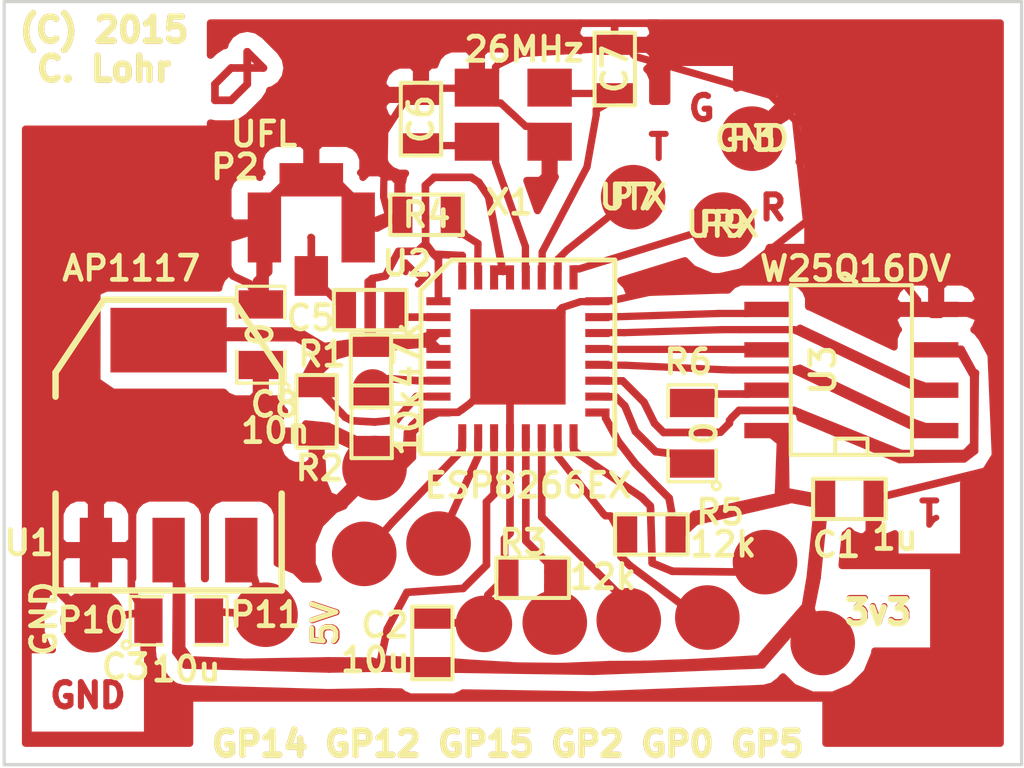
<source format=kicad_pcb>
(kicad_pcb (version 3) (host pcbnew "(2013-jul-07)-stable")

  (general
    (links 71)
    (no_connects 1)
    (area 37.116734 30.449999 69.588001 54.550001)
    (thickness 1.6)
    (drawings 17)
    (tracks 477)
    (zones 0)
    (modules 34)
    (nets 25)
  )

  (page User 139.7 139.7)
  (layers
    (15 F.Cu signal)
    (0 B.Cu signal)
    (16 B.Adhes user)
    (17 F.Adhes user)
    (18 B.Paste user)
    (19 F.Paste user)
    (20 B.SilkS user)
    (21 F.SilkS user)
    (22 B.Mask user)
    (23 F.Mask user)
    (24 Dwgs.User user)
    (25 Cmts.User user)
    (26 Eco1.User user)
    (27 Eco2.User user)
    (28 Edge.Cuts user)
  )

  (setup
    (last_trace_width 0.2413)
    (trace_clearance 0.2413)
    (zone_clearance 0.508)
    (zone_45_only no)
    (trace_min 0.1778)
    (segment_width 0.2)
    (edge_width 0.1)
    (via_size 0.889)
    (via_drill 0.635)
    (via_min_size 0.889)
    (via_min_drill 0.508)
    (uvia_size 0.508)
    (uvia_drill 0.127)
    (uvias_allowed no)
    (uvia_min_size 0.508)
    (uvia_min_drill 0.127)
    (pcb_text_width 0.3)
    (pcb_text_size 0.762 0.762)
    (mod_edge_width 0.15)
    (mod_text_size 0.762 0.762)
    (mod_text_width 0.15)
    (pad_size 1.778 1.778)
    (pad_drill 0)
    (pad_to_mask_clearance 0)
    (aux_axis_origin 0 0)
    (visible_elements FFFFFFBF)
    (pcbplotparams
      (layerselection 32768)
      (usegerberextensions false)
      (excludeedgelayer true)
      (linewidth 0.150000)
      (plotframeref false)
      (viasonmask false)
      (mode 1)
      (useauxorigin false)
      (hpglpennumber 1)
      (hpglpenspeed 20)
      (hpglpendiameter 15)
      (hpglpenoverlay 2)
      (psnegative false)
      (psa4output false)
      (plotreference true)
      (plotvalue true)
      (plotothertext true)
      (plotinvisibletext false)
      (padsonsilk false)
      (subtractmaskfromsilk false)
      (outputformat 2)
      (mirror false)
      (drillshape 0)
      (scaleselection 1)
      (outputdirectory ""))
  )

  (net 0 "")
  (net 1 +3.3V)
  (net 2 +5V)
  (net 3 GND)
  (net 4 N-000001)
  (net 5 N-0000010)
  (net 6 N-0000011)
  (net 7 N-0000012)
  (net 8 N-0000013)
  (net 9 N-0000014)
  (net 10 N-0000016)
  (net 11 N-0000018)
  (net 12 N-0000019)
  (net 13 N-000002)
  (net 14 N-0000020)
  (net 15 N-0000021)
  (net 16 N-0000023)
  (net 17 N-0000024)
  (net 18 N-0000025)
  (net 19 N-0000026)
  (net 20 N-000003)
  (net 21 N-000004)
  (net 22 N-000005)
  (net 23 N-000008)
  (net 24 N-000009)

  (net_class Default "This is the default net class."
    (clearance 0.2413)
    (trace_width 0.2413)
    (via_dia 0.889)
    (via_drill 0.635)
    (uvia_dia 0.508)
    (uvia_drill 0.127)
    (add_net "")
    (add_net +3.3V)
    (add_net +5V)
    (add_net GND)
    (add_net N-000001)
    (add_net N-0000010)
    (add_net N-0000011)
    (add_net N-0000012)
    (add_net N-0000013)
    (add_net N-0000014)
    (add_net N-0000016)
    (add_net N-0000018)
    (add_net N-0000019)
    (add_net N-000002)
    (add_net N-0000020)
    (add_net N-0000021)
    (add_net N-0000023)
    (add_net N-0000024)
    (add_net N-0000025)
    (add_net N-0000026)
    (add_net N-000003)
    (add_net N-000004)
    (add_net N-000005)
    (add_net N-000008)
    (add_net N-000009)
  )

  (module SOT223 (layer F.Cu) (tedit 55E49A72) (tstamp 55C8BA8F)
    (at 42.672 44.45)
    (descr "module CMS SOT223 4 pins")
    (tags "CMS SOT")
    (path /55C8C2C5)
    (attr smd)
    (fp_text reference U1 (at -4.3923 3.0753) (layer F.SilkS)
      (effects (font (size 0.762 0.762) (thickness 0.15)))
    )
    (fp_text value AP1117 (at -1.17094 -5.55752) (layer F.SilkS)
      (effects (font (size 0.762 0.762) (thickness 0.15)))
    )
    (fp_line (start -3.556 1.524) (end -3.556 4.572) (layer F.SilkS) (width 0.2032))
    (fp_line (start -3.556 4.572) (end 3.556 4.572) (layer F.SilkS) (width 0.2032))
    (fp_line (start 3.556 4.572) (end 3.556 1.524) (layer F.SilkS) (width 0.2032))
    (fp_line (start -3.556 -1.524) (end -3.556 -2.286) (layer F.SilkS) (width 0.2032))
    (fp_line (start -3.556 -2.286) (end -2.032 -4.572) (layer F.SilkS) (width 0.2032))
    (fp_line (start -2.032 -4.572) (end 2.032 -4.572) (layer F.SilkS) (width 0.2032))
    (fp_line (start 2.032 -4.572) (end 3.556 -2.286) (layer F.SilkS) (width 0.2032))
    (fp_line (start 3.556 -2.286) (end 3.556 -1.524) (layer F.SilkS) (width 0.2032))
    (pad 4 smd rect (at 0 -3.302) (size 3.6576 2.032)
      (layers F.Cu F.Paste F.Mask)
      (net 1 +3.3V)
    )
    (pad 2 smd rect (at 0 3.302) (size 1.016 2.032)
      (layers F.Cu F.Paste F.Mask)
      (net 1 +3.3V)
    )
    (pad 3 smd rect (at 2.286 3.302) (size 1.016 2.032)
      (layers F.Cu F.Paste F.Mask)
      (net 2 +5V)
    )
    (pad 1 smd rect (at -2.286 3.302) (size 1.016 2.032)
      (layers F.Cu F.Paste F.Mask)
      (net 3 GND)
    )
    (model smd/SOT223.wrl
      (at (xyz 0 0 0))
      (scale (xyz 0.4 0.4 0.4))
      (rotate (xyz 0 0 0))
    )
  )

  (module SM0805 (layer F.Cu) (tedit 55D245F2) (tstamp 55C8BAD7)
    (at 42.9895 49.97196)
    (path /55C8C2DE)
    (attr smd)
    (fp_text reference C3 (at -1.6667 1.4503) (layer F.SilkS)
      (effects (font (size 0.762 0.762) (thickness 0.15)))
    )
    (fp_text value 10u (at 0.2383 1.5265) (layer F.SilkS)
      (effects (font (size 0.762 0.762) (thickness 0.15)))
    )
    (fp_circle (center -1.651 0.762) (end -1.651 0.635) (layer F.SilkS) (width 0.09906))
    (fp_line (start -0.508 0.762) (end -1.524 0.762) (layer F.SilkS) (width 0.09906))
    (fp_line (start -1.524 0.762) (end -1.524 -0.762) (layer F.SilkS) (width 0.09906))
    (fp_line (start -1.524 -0.762) (end -0.508 -0.762) (layer F.SilkS) (width 0.09906))
    (fp_line (start 0.508 -0.762) (end 1.524 -0.762) (layer F.SilkS) (width 0.09906))
    (fp_line (start 1.524 -0.762) (end 1.524 0.762) (layer F.SilkS) (width 0.09906))
    (fp_line (start 1.524 0.762) (end 0.508 0.762) (layer F.SilkS) (width 0.09906))
    (pad 1 smd rect (at -0.9525 0) (size 0.889 1.397)
      (layers F.Cu F.Paste F.Mask)
      (net 3 GND)
    )
    (pad 2 smd rect (at 0.9525 0) (size 0.889 1.397)
      (layers F.Cu F.Paste F.Mask)
      (net 2 +5V)
    )
    (model smd/chip_cms.wrl
      (at (xyz 0 0 0))
      (scale (xyz 0.1 0.1 0.1))
      (rotate (xyz 0 0 0))
    )
  )

  (module QFN32 (layer F.Cu) (tedit 55C8FB8E) (tstamp 55C8BB6A)
    (at 53.6586 41.6746)
    (descr "Support CMS Plcc 32 pins")
    (tags "CMS Plcc")
    (path /55C8B6FD)
    (attr smd)
    (fp_text reference U2 (at -3.4936 -2.9396) (layer F.SilkS)
      (effects (font (size 0.762 0.762) (thickness 0.15)))
    )
    (fp_text value ESP8266EX (at 0.3164 4.0454) (layer F.SilkS)
      (effects (font (size 0.762 0.762) (thickness 0.15)))
    )
    (fp_line (start -2.0955 -3.048) (end 2.0955 -3.048) (layer F.SilkS) (width 0.1524))
    (fp_line (start 2.0955 -3.048) (end 3.048 -3.048) (layer F.SilkS) (width 0.1524))
    (fp_line (start 3.048 -3.048) (end 3.048 3.048) (layer F.SilkS) (width 0.1524))
    (fp_line (start 3.048 3.048) (end -3.048 3.048) (layer F.SilkS) (width 0.1524))
    (fp_line (start -3.048 3.048) (end -3.048 -2.0955) (layer F.SilkS) (width 0.1524))
    (fp_line (start -3.048 -2.0955) (end -2.0955 -3.048) (layer F.SilkS) (width 0.1524))
    (pad 31 smd rect (at -1.24968 -2.49936) (size 0.254 0.762)
      (layers F.Cu F.Paste F.Mask)
      (net 12 N-0000019)
    )
    (pad 30 smd rect (at -0.7493 -2.49936) (size 0.254 0.762)
      (layers F.Cu F.Paste F.Mask)
      (net 1 +3.3V)
    )
    (pad 29 smd rect (at -0.24892 -2.49936) (size 0.254 0.762)
      (layers F.Cu F.Paste F.Mask)
      (net 1 +3.3V)
    )
    (pad 32 smd rect (at -1.75006 -2.49936) (size 0.254 0.762)
      (layers F.Cu F.Paste F.Mask)
      (net 1 +3.3V)
    )
    (pad 1 smd rect (at -2.49936 -1.75006 90) (size 0.254 0.762)
      (layers F.Cu F.Paste F.Mask)
      (net 1 +3.3V)
    )
    (pad 2 smd rect (at -2.49936 -1.24968 90) (size 0.254 0.762)
      (layers F.Cu F.Paste F.Mask)
      (net 14 N-0000020)
    )
    (pad 3 smd rect (at -2.49936 -0.7493 90) (size 0.254 0.762)
      (layers F.Cu F.Paste F.Mask)
      (net 1 +3.3V)
    )
    (pad 4 smd rect (at -2.49936 -0.24892 90) (size 0.254 0.762)
      (layers F.Cu F.Paste F.Mask)
      (net 1 +3.3V)
    )
    (pad 5 smd rect (at -2.49936 0.24892 90) (size 0.254 0.762)
      (layers F.Cu F.Paste F.Mask)
    )
    (pad 6 smd rect (at -2.49936 0.7493 90) (size 0.254 0.762)
      (layers F.Cu F.Paste F.Mask)
      (net 10 N-0000016)
    )
    (pad 7 smd rect (at -2.49936 1.24968 90) (size 0.254 0.762)
      (layers F.Cu F.Paste F.Mask)
      (net 1 +3.3V)
    )
    (pad 8 smd rect (at -2.49936 1.75006 90) (size 0.254 0.762)
      (layers F.Cu F.Paste F.Mask)
      (net 3 GND)
    )
    (pad 16 smd rect (at 1.75006 2.49936) (size 0.254 0.762)
      (layers F.Cu F.Paste F.Mask)
      (net 13 N-000002)
    )
    (pad 9 smd rect (at -1.75006 2.49936) (size 0.254 0.762)
      (layers F.Cu F.Paste F.Mask)
      (net 22 N-000005)
    )
    (pad 10 smd rect (at -1.24968 2.49936) (size 0.254 0.762)
      (layers F.Cu F.Paste F.Mask)
      (net 4 N-000001)
    )
    (pad 11 smd rect (at -0.7493 2.49936) (size 0.254 0.762)
      (layers F.Cu F.Paste F.Mask)
      (net 1 +3.3V)
    )
    (pad 12 smd rect (at -0.24892 2.49936) (size 0.254 0.762)
      (layers F.Cu F.Paste F.Mask)
      (net 3 GND)
    )
    (pad 13 smd rect (at 0.24892 2.49936) (size 0.254 0.762)
      (layers F.Cu F.Paste F.Mask)
      (net 11 N-0000018)
    )
    (pad 14 smd rect (at 0.7493 2.49936) (size 0.254 0.762)
      (layers F.Cu F.Paste F.Mask)
      (net 17 N-0000024)
    )
    (pad 15 smd rect (at 1.24968 2.49936) (size 0.254 0.762)
      (layers F.Cu F.Paste F.Mask)
      (net 19 N-0000026)
    )
    (pad 17 smd rect (at 2.49936 1.75006 90) (size 0.254 0.762)
      (layers F.Cu F.Paste F.Mask)
      (net 1 +3.3V)
    )
    (pad 18 smd rect (at 2.49936 1.24968 90) (size 0.254 0.762)
      (layers F.Cu F.Paste F.Mask)
      (net 20 N-000003)
    )
    (pad 19 smd rect (at 2.49936 0.7493 90) (size 0.254 0.762)
      (layers F.Cu F.Paste F.Mask)
      (net 23 N-000008)
    )
    (pad 20 smd rect (at 2.49936 0.24892 90) (size 0.254 0.762)
      (layers F.Cu F.Paste F.Mask)
      (net 6 N-0000011)
    )
    (pad 21 smd rect (at 2.49936 -0.24892 90) (size 0.254 0.762)
      (layers F.Cu F.Paste F.Mask)
      (net 5 N-0000010)
    )
    (pad 22 smd rect (at 2.49936 -0.7493 90) (size 0.254 0.762)
      (layers F.Cu F.Paste F.Mask)
      (net 24 N-000009)
    )
    (pad 23 smd rect (at 2.49936 -1.24968 90) (size 0.254 0.762)
      (layers F.Cu F.Paste F.Mask)
      (net 9 N-0000014)
    )
    (pad 24 smd rect (at 2.49936 -1.75006 90) (size 0.254 0.762)
      (layers F.Cu F.Paste F.Mask)
      (net 3 GND)
    )
    (pad 25 smd rect (at 1.75006 -2.49936) (size 0.254 0.762)
      (layers F.Cu F.Paste F.Mask)
      (net 8 N-0000013)
    )
    (pad 26 smd rect (at 1.24968 -2.49936) (size 0.254 0.762)
      (layers F.Cu F.Paste F.Mask)
      (net 21 N-000004)
    )
    (pad 27 smd rect (at 0.7493 -2.49936) (size 0.254 0.762)
      (layers F.Cu F.Paste F.Mask)
      (net 16 N-0000023)
    )
    (pad 28 smd rect (at 0.24892 -2.49936) (size 0.254 0.762)
      (layers F.Cu F.Paste F.Mask)
      (net 18 N-0000025)
    )
    (pad 33 smd rect (at 0 0) (size 2.99974 2.99974)
      (layers F.Cu F.Paste F.Mask)
      (net 3 GND)
    )
  )

  (module XTAL4P (layer F.Cu) (tedit 55C8FABE) (tstamp 55C8BB72)
    (at 54.6558 34.9082 180)
    (path /55C8B716)
    (fp_text reference X1 (at 1.27 -1.905 180) (layer F.SilkS)
      (effects (font (size 0.762 0.762) (thickness 0.15)))
    )
    (fp_text value 26MHz (at 0.8078 2.9042 180) (layer F.SilkS)
      (effects (font (size 0.762 0.762) (thickness 0.15)))
    )
    (pad 4 smd rect (at 0 0 180) (size 1.397 1.1938)
      (layers F.Cu F.Paste F.Mask)
      (net 3 GND)
    )
    (pad 1 smd rect (at 0 1.7018 180) (size 1.397 1.1938)
      (layers F.Cu F.Paste F.Mask)
      (net 16 N-0000023)
    )
    (pad 3 smd rect (at 2.286 1.7018 180) (size 1.397 1.1938)
      (layers F.Cu F.Paste F.Mask)
      (net 3 GND)
    )
    (pad 2 smd rect (at 2.286 0 180) (size 1.397 1.1938)
      (layers F.Cu F.Paste F.Mask)
      (net 18 N-0000025)
    )
  )

  (module .1SMTPIN (layer F.Cu) (tedit 55C8FB3D) (tstamp 55C8BB77)
    (at 49.149 45.17136)
    (path /55C8B809)
    (fp_text reference P4 (at 0 0) (layer F.SilkS) hide
      (effects (font (size 0.762 0.762) (thickness 0.15)))
    )
    (fp_text value GND (at 0 0) (layer F.SilkS) hide
      (effects (font (size 0.762 0.762) (thickness 0.15)))
    )
    (pad 1 smd circle (at 0 0) (size 2.032 2.032)
      (layers F.Cu F.Paste F.Mask)
      (net 3 GND)
    )
  )

  (module .1SMTPIN (layer F.Cu) (tedit 55C8FB36) (tstamp 55C8BB7C)
    (at 63.246 50.673)
    (path /55C8B835)
    (fp_text reference P5 (at 0 0) (layer F.SilkS) hide
      (effects (font (size 0.762 0.762) (thickness 0.15)))
    )
    (fp_text value 5V (at 0 0) (layer F.SilkS) hide
      (effects (font (size 0.762 0.762) (thickness 0.15)))
    )
    (pad 1 smd circle (at 0 0) (size 2.032 2.032)
      (layers F.Cu F.Paste F.Mask)
      (net 1 +3.3V)
    )
  )

  (module .1SMTPIN (layer F.Cu) (tedit 5102E01B) (tstamp 55C8BB81)
    (at 61.0233 34.8108)
    (path /55C8B83B)
    (fp_text reference P3 (at 0 0) (layer F.SilkS)
      (effects (font (size 0.762 0.762) (thickness 0.15)))
    )
    (fp_text value GND (at 0 0) (layer F.SilkS)
      (effects (font (size 0.762 0.762) (thickness 0.15)))
    )
    (pad 1 smd circle (at 0 0) (size 2.032 2.032)
      (layers F.Cu F.Paste F.Mask)
      (net 3 GND)
    )
  )

  (module .1SMTPIN (layer F.Cu) (tedit 55E494B8) (tstamp 55C8BB86)
    (at 49.08804 42.6974 90)
    (path /55C8B86A)
    (fp_text reference P1 (at 0 0 90) (layer F.SilkS) hide
      (effects (font (size 0.762 0.762) (thickness 0.15)))
    )
    (fp_text value MIC (at 1.06934 -1.98882 180) (layer F.SilkS) hide
      (effects (font (size 0.762 0.762) (thickness 0.15)))
    )
    (pad 1 smd circle (at 0 0 90) (size 1.27 1.27)
      (layers F.Cu F.Paste F.Mask)
      (net 10 N-0000016)
    )
  )

  (module .1SMTPIN (layer F.Cu) (tedit 55C8FB1C) (tstamp 55C8BB90)
    (at 59.61634 49.8729)
    (path /55C8B8D4)
    (fp_text reference P8 (at 0 0) (layer F.SilkS) hide
      (effects (font (size 0.762 0.762) (thickness 0.15)))
    )
    (fp_text value GPIO0 (at -0.1459 3.1216) (layer F.SilkS) hide
      (effects (font (size 0.762 0.762) (thickness 0.15)))
    )
    (pad 1 smd circle (at 0 0) (size 2.032 2.032)
      (layers F.Cu F.Paste F.Mask)
      (net 19 N-0000026)
    )
  )

  (module .1SMTPIN (layer F.Cu) (tedit 5102E01B) (tstamp 55C8BB95)
    (at 57.2838 36.6523)
    (path /55C8B8E6)
    (fp_text reference P7 (at 0 0) (layer F.SilkS)
      (effects (font (size 0.762 0.762) (thickness 0.15)))
    )
    (fp_text value UTX (at 0 0) (layer F.SilkS)
      (effects (font (size 0.762 0.762) (thickness 0.15)))
    )
    (pad 1 smd circle (at 0 0) (size 2.032 2.032)
      (layers F.Cu F.Paste F.Mask)
      (net 21 N-000004)
    )
  )

  (module .1SMTPIN (layer F.Cu) (tedit 5102E01B) (tstamp 55C8BB9A)
    (at 60.093 37.5139)
    (path /55C8B8EC)
    (fp_text reference P9 (at 0 0) (layer F.SilkS)
      (effects (font (size 0.762 0.762) (thickness 0.15)))
    )
    (fp_text value URX (at 0 0) (layer F.SilkS)
      (effects (font (size 0.762 0.762) (thickness 0.15)))
    )
    (pad 1 smd circle (at 0 0) (size 2.032 2.032)
      (layers F.Cu F.Paste F.Mask)
      (net 8 N-0000013)
    )
  )

  (module .1SMTPIN (layer F.Cu) (tedit 55C8FB22) (tstamp 55C8BB9F)
    (at 57.14492 49.95672)
    (path /55C8B90A)
    (fp_text reference P6 (at 0 0) (layer F.SilkS) hide
      (effects (font (size 0.762 0.762) (thickness 0.15)))
    )
    (fp_text value GPIO2 (at -0.2391 -1.5268) (layer F.SilkS) hide
      (effects (font (size 0.762 0.762) (thickness 0.15)))
    )
    (pad 1 smd circle (at 0 0) (size 2.032 2.032)
      (layers F.Cu F.Paste F.Mask)
      (net 17 N-0000024)
    )
  )

  (module .1SMTPIN (layer F.Cu) (tedit 55E48EAC) (tstamp 55C8BBA4)
    (at 45.72 49.784)
    (path /55C8C79F)
    (fp_text reference P11 (at 0 0) (layer F.SilkS)
      (effects (font (size 0.762 0.762) (thickness 0.15)))
    )
    (fp_text value 5V (at 1.8669 0.2794 90) (layer F.SilkS)
      (effects (font (size 0.762 0.762) (thickness 0.15)))
    )
    (pad 1 smd circle (at 0 0) (size 2.032 2.032)
      (layers F.Cu F.Paste F.Mask)
      (net 2 +5V)
    )
  )

  (module .1SMTPIN (layer F.Cu) (tedit 55E48DB3) (tstamp 55C8BBA9)
    (at 40.28948 49.95672)
    (path /55C8C838)
    (fp_text reference P10 (at 0 0) (layer F.SilkS)
      (effects (font (size 0.762 0.762) (thickness 0.15)))
    )
    (fp_text value GND (at -1.54178 -0.04572 90) (layer F.SilkS)
      (effects (font (size 0.762 0.762) (thickness 0.15)))
    )
    (pad 1 smd circle (at 0 0) (size 2.032 2.032)
      (layers F.Cu F.Paste F.Mask)
      (net 3 GND)
    )
  )

  (module SO8ESKINNY (layer F.Cu) (tedit 55E49537) (tstamp 55C8BDDD)
    (at 64.1462 42.0876 90)
    (descr "module CMS SOJ 8 pins etroit")
    (tags "CMS SOJ")
    (path /55C8B733)
    (attr smd)
    (fp_text reference U3 (at 0 -0.889 90) (layer F.SilkS)
      (effects (font (size 0.762 0.762) (thickness 0.15)))
    )
    (fp_text value W25Q16DV (at 3.1875 0.1285 180) (layer F.SilkS)
      (effects (font (size 0.762 0.762) (thickness 0.15)))
    )
    (fp_line (start -2.667 1.778) (end -2.667 1.905) (layer F.SilkS) (width 0.127))
    (fp_line (start -2.667 1.905) (end 2.667 1.905) (layer F.SilkS) (width 0.127))
    (fp_line (start 2.667 -1.905) (end -2.667 -1.905) (layer F.SilkS) (width 0.127))
    (fp_line (start -2.667 -1.905) (end -2.667 1.778) (layer F.SilkS) (width 0.127))
    (fp_line (start -2.667 -0.508) (end -2.159 -0.508) (layer F.SilkS) (width 0.127))
    (fp_line (start -2.159 -0.508) (end -2.159 0.508) (layer F.SilkS) (width 0.127))
    (fp_line (start -2.159 0.508) (end -2.667 0.508) (layer F.SilkS) (width 0.127))
    (fp_line (start 2.667 -1.905) (end 2.667 1.905) (layer F.SilkS) (width 0.127))
    (pad 8 smd rect (at -1.905 -2.667 90) (size 0.4826 1.39954)
      (layers F.Cu F.Paste F.Mask)
      (net 1 +3.3V)
    )
    (pad 1 smd rect (at -1.905 2.667 90) (size 0.4826 1.39954)
      (layers F.Cu F.Paste F.Mask)
      (net 6 N-0000011)
    )
    (pad 7 smd rect (at -0.635 -2.667 90) (size 0.4826 1.39954)
      (layers F.Cu F.Paste F.Mask)
      (net 7 N-0000012)
    )
    (pad 6 smd rect (at 0.635 -2.667 90) (size 0.4826 1.39954)
      (layers F.Cu F.Paste F.Mask)
      (net 5 N-0000010)
    )
    (pad 5 smd rect (at 1.905 -2.667 90) (size 0.4826 1.39954)
      (layers F.Cu F.Paste F.Mask)
      (net 9 N-0000014)
    )
    (pad 2 smd rect (at -0.635 2.667 90) (size 0.4826 1.39954)
      (layers F.Cu F.Paste F.Mask)
      (net 24 N-000009)
    )
    (pad 3 smd rect (at 0.635 2.667 90) (size 0.4826 1.39954)
      (layers F.Cu F.Paste F.Mask)
      (net 23 N-000008)
    )
    (pad 4 smd rect (at 1.905 2.667 90) (size 0.4826 1.39954)
      (layers F.Cu F.Paste F.Mask)
      (net 3 GND)
    )
    (model smd/cms_so8.wrl
      (at (xyz 0 0 0))
      (scale (xyz 0.5 0.32 0.5))
      (rotate (xyz 0 0 0))
    )
  )

  (module SM0805 (layer F.Cu) (tedit 55D245F6) (tstamp 55C8C1D8)
    (at 59.1394 44.0776 90)
    (path /55C8CBA7)
    (attr smd)
    (fp_text reference R6 (at 2.2438 -0.1225 180) (layer F.SilkS)
      (effects (font (size 0.762 0.762) (thickness 0.15)))
    )
    (fp_text value 0 (at 0 0.381 90) (layer F.SilkS)
      (effects (font (size 0.762 0.762) (thickness 0.15)))
    )
    (fp_circle (center -1.651 0.762) (end -1.651 0.635) (layer F.SilkS) (width 0.09906))
    (fp_line (start -0.508 0.762) (end -1.524 0.762) (layer F.SilkS) (width 0.09906))
    (fp_line (start -1.524 0.762) (end -1.524 -0.762) (layer F.SilkS) (width 0.09906))
    (fp_line (start -1.524 -0.762) (end -0.508 -0.762) (layer F.SilkS) (width 0.09906))
    (fp_line (start 0.508 -0.762) (end 1.524 -0.762) (layer F.SilkS) (width 0.09906))
    (fp_line (start 1.524 -0.762) (end 1.524 0.762) (layer F.SilkS) (width 0.09906))
    (fp_line (start 1.524 0.762) (end 0.508 0.762) (layer F.SilkS) (width 0.09906))
    (pad 1 smd rect (at -0.9525 0 90) (size 0.889 1.397)
      (layers F.Cu F.Paste F.Mask)
      (net 20 N-000003)
    )
    (pad 2 smd rect (at 0.9525 0 90) (size 0.889 1.397)
      (layers F.Cu F.Paste F.Mask)
      (net 7 N-0000012)
    )
    (model smd/chip_cms.wrl
      (at (xyz 0 0 0))
      (scale (xyz 0.1 0.1 0.1))
      (rotate (xyz 0 0 0))
    )
  )

  (module .1SMTPIN (layer F.Cu) (tedit 55C8FB30) (tstamp 55C8EFCE)
    (at 48.8252 47.8702)
    (path /55C8F0BE)
    (fp_text reference P12 (at 0 0) (layer F.SilkS) hide
      (effects (font (size 0.762 0.762) (thickness 0.15)))
    )
    (fp_text value GPIO14 (at 0 0) (layer F.SilkS) hide
      (effects (font (size 0.762 0.762) (thickness 0.15)))
    )
    (pad 1 smd circle (at 0 0) (size 2.032 2.032)
      (layers F.Cu F.Paste F.Mask)
      (net 22 N-000005)
    )
  )

  (module .1SMTPIN (layer F.Cu) (tedit 55C8FB29) (tstamp 55C8EFD3)
    (at 51.1625 47.5473)
    (path /55C8F0C4)
    (fp_text reference P13 (at 0 0) (layer F.SilkS) hide
      (effects (font (size 0.762 0.762) (thickness 0.15)))
    )
    (fp_text value GPIO12 (at 0 0) (layer F.SilkS) hide
      (effects (font (size 0.762 0.762) (thickness 0.15)))
    )
    (pad 1 smd circle (at 0 0) (size 2.032 2.032)
      (layers F.Cu F.Paste F.Mask)
      (net 4 N-000001)
    )
  )

  (module .1SMTPIN (layer F.Cu) (tedit 55C8FB19) (tstamp 55C8EFD8)
    (at 61.4299 48.13046)
    (path /55C8F0CA)
    (fp_text reference P14 (at 0 0) (layer F.SilkS) hide
      (effects (font (size 0.762 0.762) (thickness 0.15)))
    )
    (fp_text value GPIO5 (at -0.061 2.1606) (layer F.SilkS) hide
      (effects (font (size 0.762 0.762) (thickness 0.15)))
    )
    (pad 1 smd circle (at 0 0) (size 2.032 2.032)
      (layers F.Cu F.Paste F.Mask)
      (net 13 N-000002)
    )
  )

  (module .1SMTPIN (layer F.Cu) (tedit 55E4988D) (tstamp 55CA0841)
    (at 52.58816 50.07356)
    (path /55CA0893)
    (fp_text reference P16 (at 0 0) (layer F.SilkS) hide
      (effects (font (size 0.762 0.762) (thickness 0.15)))
    )
    (fp_text value GND (at 0 0) (layer F.SilkS) hide
      (effects (font (size 0.762 0.762) (thickness 0.15)))
    )
    (pad 1 smd circle (at 0 0) (size 1.778 1.778)
      (layers F.Cu F.Paste F.Mask)
      (net 3 GND)
    )
  )

  (module .1SMTPIN (layer F.Cu) (tedit 55D2450A) (tstamp 55D244E1)
    (at 54.81828 50.03038)
    (path /55D24760)
    (fp_text reference P17 (at 0 0) (layer F.SilkS) hide
      (effects (font (size 0.762 0.762) (thickness 0.15)))
    )
    (fp_text value GPIO15 (at 0 0) (layer F.SilkS) hide
      (effects (font (size 0.762 0.762) (thickness 0.15)))
    )
    (pad 1 smd circle (at 0 0) (size 2.032 2.032)
      (layers F.Cu F.Paste F.Mask)
      (net 11 N-0000018)
    )
  )

  (module UFL (layer F.Cu) (tedit 55E48E94) (tstamp 55E484AB)
    (at 47.16018 37.6047)
    (path /55E474E2)
    (fp_text reference P2 (at -2.4 -1.9) (layer F.SilkS)
      (effects (font (size 0.762 0.762) (thickness 0.15)))
    )
    (fp_text value UFL (at -1.49098 -2.9337) (layer F.SilkS)
      (effects (font (size 0.762 0.762) (thickness 0.15)))
    )
    (pad 2 smd rect (at -1.475 0) (size 1.05 2.2)
      (layers F.Cu F.Paste F.Mask)
      (net 3 GND)
    )
    (pad 2 smd rect (at 1.475 0) (size 1.05 2.2)
      (layers F.Cu F.Paste F.Mask)
      (net 3 GND)
    )
    (pad 1 smd rect (at 0 1.525) (size 1.05 1.25)
      (layers F.Cu F.Paste F.Mask)
      (net 15 N-0000021)
    )
    (pad 2 smd rect (at 0 -1.5) (size 2 1.05)
      (layers F.Cu F.Paste F.Mask)
      (net 3 GND)
    )
  )

  (module SM0603 (layer F.Cu) (tedit 55E49CB7) (tstamp 55C8BB3F)
    (at 49.01184 40.20312)
    (path /55C8B75E)
    (attr smd)
    (fp_text reference C5 (at -1.87706 0.24638) (layer F.SilkS)
      (effects (font (size 0.762 0.762) (thickness 0.15)))
    )
    (fp_text value 5.6p (at -1.07696 0.17526) (layer F.SilkS) hide
      (effects (font (size 0.762 0.762) (thickness 0.15)))
    )
    (fp_line (start -1.143 -0.635) (end 1.143 -0.635) (layer F.SilkS) (width 0.127))
    (fp_line (start 1.143 -0.635) (end 1.143 0.635) (layer F.SilkS) (width 0.127))
    (fp_line (start 1.143 0.635) (end -1.143 0.635) (layer F.SilkS) (width 0.127))
    (fp_line (start -1.143 0.635) (end -1.143 -0.635) (layer F.SilkS) (width 0.127))
    (pad 1 smd rect (at -0.762 0) (size 0.635 1.143)
      (layers F.Cu F.Paste F.Mask)
      (net 15 N-0000021)
    )
    (pad 2 smd rect (at 0.762 0) (size 0.635 1.143)
      (layers F.Cu F.Paste F.Mask)
      (net 14 N-0000020)
    )
    (model smd\resistors\R0603.wrl
      (at (xyz 0 0 0.001))
      (scale (xyz 0.5 0.5 0.5))
      (rotate (xyz 0 0 0))
    )
  )

  (module SM0603 (layer F.Cu) (tedit 55E49BDD) (tstamp 55C8BAE4)
    (at 50.96764 50.67046 270)
    (path /55C8C2E4)
    (attr smd)
    (fp_text reference C2 (at -0.55626 1.48844 360) (layer F.SilkS)
      (effects (font (size 0.762 0.762) (thickness 0.15)))
    )
    (fp_text value 10u (at 0.53594 1.79324 360) (layer F.SilkS)
      (effects (font (size 0.762 0.762) (thickness 0.15)))
    )
    (fp_line (start -1.143 -0.635) (end 1.143 -0.635) (layer F.SilkS) (width 0.127))
    (fp_line (start 1.143 -0.635) (end 1.143 0.635) (layer F.SilkS) (width 0.127))
    (fp_line (start 1.143 0.635) (end -1.143 0.635) (layer F.SilkS) (width 0.127))
    (fp_line (start -1.143 0.635) (end -1.143 -0.635) (layer F.SilkS) (width 0.127))
    (pad 1 smd rect (at -0.762 0 270) (size 0.635 1.143)
      (layers F.Cu F.Paste F.Mask)
      (net 3 GND)
    )
    (pad 2 smd rect (at 0.762 0 270) (size 0.635 1.143)
      (layers F.Cu F.Paste F.Mask)
      (net 1 +3.3V)
    )
    (model smd\resistors\R0603.wrl
      (at (xyz 0 0 0.001))
      (scale (xyz 0.5 0.5 0.5))
      (rotate (xyz 0 0 0))
    )
  )

  (module SM0603 (layer F.Cu) (tedit 55E49A57) (tstamp 55C8BAF1)
    (at 64.0842 46.1391 180)
    (path /55C8C2EA)
    (attr smd)
    (fp_text reference C1 (at 0.4064 -1.44526 180) (layer F.SilkS)
      (effects (font (size 0.762 0.762) (thickness 0.15)))
    )
    (fp_text value 1u (at -1.43256 -1.21666 180) (layer F.SilkS)
      (effects (font (size 0.762 0.762) (thickness 0.15)))
    )
    (fp_line (start -1.143 -0.635) (end 1.143 -0.635) (layer F.SilkS) (width 0.127))
    (fp_line (start 1.143 -0.635) (end 1.143 0.635) (layer F.SilkS) (width 0.127))
    (fp_line (start 1.143 0.635) (end -1.143 0.635) (layer F.SilkS) (width 0.127))
    (fp_line (start -1.143 0.635) (end -1.143 -0.635) (layer F.SilkS) (width 0.127))
    (pad 1 smd rect (at -0.762 0 180) (size 0.635 1.143)
      (layers F.Cu F.Paste F.Mask)
      (net 3 GND)
    )
    (pad 2 smd rect (at 0.762 0 180) (size 0.635 1.143)
      (layers F.Cu F.Paste F.Mask)
      (net 1 +3.3V)
    )
    (model smd\resistors\R0603.wrl
      (at (xyz 0 0 0.001))
      (scale (xyz 0.5 0.5 0.5))
      (rotate (xyz 0 0 0))
    )
  )

  (module SM0603 (layer F.Cu) (tedit 55E49A12) (tstamp 55E492AA)
    (at 47.32782 43.38828 90)
    (path /55E475A5)
    (attr smd)
    (fp_text reference C8 (at 0.2159 -1.3208 180) (layer F.SilkS)
      (effects (font (size 0.762 0.762) (thickness 0.15)))
    )
    (fp_text value 10n (at -0.60706 -1.29794 180) (layer F.SilkS)
      (effects (font (size 0.762 0.762) (thickness 0.15)))
    )
    (fp_line (start -1.143 -0.635) (end 1.143 -0.635) (layer F.SilkS) (width 0.127))
    (fp_line (start 1.143 -0.635) (end 1.143 0.635) (layer F.SilkS) (width 0.127))
    (fp_line (start 1.143 0.635) (end -1.143 0.635) (layer F.SilkS) (width 0.127))
    (fp_line (start -1.143 0.635) (end -1.143 -0.635) (layer F.SilkS) (width 0.127))
    (pad 1 smd rect (at -0.762 0 90) (size 0.635 1.143)
      (layers F.Cu F.Paste F.Mask)
      (net 3 GND)
    )
    (pad 2 smd rect (at 0.762 0 90) (size 0.635 1.143)
      (layers F.Cu F.Paste F.Mask)
      (net 1 +3.3V)
    )
    (model smd\resistors\R0603.wrl
      (at (xyz 0 0 0.001))
      (scale (xyz 0.5 0.5 0.5))
      (rotate (xyz 0 0 0))
    )
  )

  (module SM0603 (layer F.Cu) (tedit 55E49A06) (tstamp 55E492B5)
    (at 49.05756 43.71594 90)
    (path /55E48F87)
    (attr smd)
    (fp_text reference R2 (at -1.45796 -1.6383 180) (layer F.SilkS)
      (effects (font (size 0.762 0.762) (thickness 0.15)))
    )
    (fp_text value 10k (at -0.02794 1.14046 90) (layer F.SilkS)
      (effects (font (size 0.762 0.762) (thickness 0.15)))
    )
    (fp_line (start -1.143 -0.635) (end 1.143 -0.635) (layer F.SilkS) (width 0.127))
    (fp_line (start 1.143 -0.635) (end 1.143 0.635) (layer F.SilkS) (width 0.127))
    (fp_line (start 1.143 0.635) (end -1.143 0.635) (layer F.SilkS) (width 0.127))
    (fp_line (start -1.143 0.635) (end -1.143 -0.635) (layer F.SilkS) (width 0.127))
    (pad 1 smd rect (at -0.762 0 90) (size 0.635 1.143)
      (layers F.Cu F.Paste F.Mask)
      (net 3 GND)
    )
    (pad 2 smd rect (at 0.762 0 90) (size 0.635 1.143)
      (layers F.Cu F.Paste F.Mask)
      (net 10 N-0000016)
    )
    (model smd\resistors\R0603.wrl
      (at (xyz 0 0 0.001))
      (scale (xyz 0.5 0.5 0.5))
      (rotate (xyz 0 0 0))
    )
  )

  (module SM0603 (layer F.Cu) (tedit 55E494C4) (tstamp 55E492C0)
    (at 49.0347 42.12082 270)
    (path /55E48F8D)
    (attr smd)
    (fp_text reference R1 (at -0.52832 1.54178 360) (layer F.SilkS)
      (effects (font (size 0.762 0.762) (thickness 0.15)))
    )
    (fp_text value 47k (at -0.49022 -1.11506 270) (layer F.SilkS)
      (effects (font (size 0.762 0.762) (thickness 0.15)))
    )
    (fp_line (start -1.143 -0.635) (end 1.143 -0.635) (layer F.SilkS) (width 0.127))
    (fp_line (start 1.143 -0.635) (end 1.143 0.635) (layer F.SilkS) (width 0.127))
    (fp_line (start 1.143 0.635) (end -1.143 0.635) (layer F.SilkS) (width 0.127))
    (fp_line (start -1.143 0.635) (end -1.143 -0.635) (layer F.SilkS) (width 0.127))
    (pad 1 smd rect (at -0.762 0 270) (size 0.635 1.143)
      (layers F.Cu F.Paste F.Mask)
      (net 1 +3.3V)
    )
    (pad 2 smd rect (at 0.762 0 270) (size 0.635 1.143)
      (layers F.Cu F.Paste F.Mask)
      (net 10 N-0000016)
    )
    (model smd\resistors\R0603.wrl
      (at (xyz 0 0 0.001))
      (scale (xyz 0.5 0.5 0.5))
      (rotate (xyz 0 0 0))
    )
  )

  (module SM0603 (layer F.Cu) (tedit 55E49BCB) (tstamp 55E4956C)
    (at 54.12232 48.62322 180)
    (path /55E49550)
    (attr smd)
    (fp_text reference R3 (at 0.29464 1.11252 180) (layer F.SilkS)
      (effects (font (size 0.762 0.762) (thickness 0.15)))
    )
    (fp_text value 12k (at -2.20472 0.03048 180) (layer F.SilkS)
      (effects (font (size 0.762 0.762) (thickness 0.15)))
    )
    (fp_line (start -1.143 -0.635) (end 1.143 -0.635) (layer F.SilkS) (width 0.127))
    (fp_line (start 1.143 -0.635) (end 1.143 0.635) (layer F.SilkS) (width 0.127))
    (fp_line (start 1.143 0.635) (end -1.143 0.635) (layer F.SilkS) (width 0.127))
    (fp_line (start -1.143 0.635) (end -1.143 -0.635) (layer F.SilkS) (width 0.127))
    (pad 1 smd rect (at -0.762 0 180) (size 0.635 1.143)
      (layers F.Cu F.Paste F.Mask)
      (net 11 N-0000018)
    )
    (pad 2 smd rect (at 0.762 0 180) (size 0.635 1.143)
      (layers F.Cu F.Paste F.Mask)
      (net 3 GND)
    )
    (model smd\resistors\R0603.wrl
      (at (xyz 0 0 0.001))
      (scale (xyz 0.5 0.5 0.5))
      (rotate (xyz 0 0 0))
    )
  )

  (module SM0603 (layer F.Cu) (tedit 55E49A4A) (tstamp 55C8BB0B)
    (at 57.8561 47.2592)
    (path /55C8B7BD)
    (attr smd)
    (fp_text reference R5 (at 2.1641 -0.69338) (layer F.SilkS)
      (effects (font (size 0.762 0.762) (thickness 0.15)))
    )
    (fp_text value 12k (at 2.25554 0.31246) (layer F.SilkS)
      (effects (font (size 0.762 0.762) (thickness 0.15)))
    )
    (fp_line (start -1.143 -0.635) (end 1.143 -0.635) (layer F.SilkS) (width 0.127))
    (fp_line (start 1.143 -0.635) (end 1.143 0.635) (layer F.SilkS) (width 0.127))
    (fp_line (start 1.143 0.635) (end -1.143 0.635) (layer F.SilkS) (width 0.127))
    (fp_line (start -1.143 0.635) (end -1.143 -0.635) (layer F.SilkS) (width 0.127))
    (pad 1 smd rect (at -0.762 0) (size 0.635 1.143)
      (layers F.Cu F.Paste F.Mask)
      (net 19 N-0000026)
    )
    (pad 2 smd rect (at 0.762 0) (size 0.635 1.143)
      (layers F.Cu F.Paste F.Mask)
      (net 1 +3.3V)
    )
    (model smd\resistors\R0603.wrl
      (at (xyz 0 0 0.001))
      (scale (xyz 0.5 0.5 0.5))
      (rotate (xyz 0 0 0))
    )
  )

  (module SM0603 (layer F.Cu) (tedit 4E43A3D1) (tstamp 55C8BB18)
    (at 50.78476 37.20592)
    (path /55C8B7AB)
    (attr smd)
    (fp_text reference R4 (at 0 0) (layer F.SilkS)
      (effects (font (size 0.762 0.762) (thickness 0.15)))
    )
    (fp_text value 12k (at 0 0) (layer F.SilkS) hide
      (effects (font (size 0.762 0.762) (thickness 0.15)))
    )
    (fp_line (start -1.143 -0.635) (end 1.143 -0.635) (layer F.SilkS) (width 0.127))
    (fp_line (start 1.143 -0.635) (end 1.143 0.635) (layer F.SilkS) (width 0.127))
    (fp_line (start 1.143 0.635) (end -1.143 0.635) (layer F.SilkS) (width 0.127))
    (fp_line (start -1.143 0.635) (end -1.143 -0.635) (layer F.SilkS) (width 0.127))
    (pad 1 smd rect (at -0.762 0) (size 0.635 1.143)
      (layers F.Cu F.Paste F.Mask)
      (net 3 GND)
    )
    (pad 2 smd rect (at 0.762 0) (size 0.635 1.143)
      (layers F.Cu F.Paste F.Mask)
      (net 12 N-0000019)
    )
    (model smd\resistors\R0603.wrl
      (at (xyz 0 0 0.001))
      (scale (xyz 0.5 0.5 0.5))
      (rotate (xyz 0 0 0))
    )
  )

  (module SM0603 (layer F.Cu) (tedit 4E43A3D1) (tstamp 55E499FC)
    (at 56.7048 32.6213 90)
    (path /55C8B894)
    (attr smd)
    (fp_text reference C7 (at 0 0 90) (layer F.SilkS)
      (effects (font (size 0.762 0.762) (thickness 0.15)))
    )
    (fp_text value 10p (at 0 0 90) (layer F.SilkS) hide
      (effects (font (size 0.762 0.762) (thickness 0.15)))
    )
    (fp_line (start -1.143 -0.635) (end 1.143 -0.635) (layer F.SilkS) (width 0.127))
    (fp_line (start 1.143 -0.635) (end 1.143 0.635) (layer F.SilkS) (width 0.127))
    (fp_line (start 1.143 0.635) (end -1.143 0.635) (layer F.SilkS) (width 0.127))
    (fp_line (start -1.143 0.635) (end -1.143 -0.635) (layer F.SilkS) (width 0.127))
    (pad 1 smd rect (at -0.762 0 90) (size 0.635 1.143)
      (layers F.Cu F.Paste F.Mask)
      (net 16 N-0000023)
    )
    (pad 2 smd rect (at 0.762 0 90) (size 0.635 1.143)
      (layers F.Cu F.Paste F.Mask)
      (net 3 GND)
    )
    (model smd\resistors\R0603.wrl
      (at (xyz 0 0 0.001))
      (scale (xyz 0.5 0.5 0.5))
      (rotate (xyz 0 0 0))
    )
  )

  (module SM0603 (layer F.Cu) (tedit 4E43A3D1) (tstamp 55C8BACA)
    (at 50.6094 34.1971 90)
    (path /55C8B88E)
    (attr smd)
    (fp_text reference C6 (at 0 0 90) (layer F.SilkS)
      (effects (font (size 0.762 0.762) (thickness 0.15)))
    )
    (fp_text value 10p (at 0 0 90) (layer F.SilkS) hide
      (effects (font (size 0.762 0.762) (thickness 0.15)))
    )
    (fp_line (start -1.143 -0.635) (end 1.143 -0.635) (layer F.SilkS) (width 0.127))
    (fp_line (start 1.143 -0.635) (end 1.143 0.635) (layer F.SilkS) (width 0.127))
    (fp_line (start 1.143 0.635) (end -1.143 0.635) (layer F.SilkS) (width 0.127))
    (fp_line (start -1.143 0.635) (end -1.143 -0.635) (layer F.SilkS) (width 0.127))
    (pad 1 smd rect (at -0.762 0 90) (size 0.635 1.143)
      (layers F.Cu F.Paste F.Mask)
      (net 18 N-0000025)
    )
    (pad 2 smd rect (at 0.762 0 90) (size 0.635 1.143)
      (layers F.Cu F.Paste F.Mask)
      (net 3 GND)
    )
    (model smd\resistors\R0603.wrl
      (at (xyz 0 0 0.001))
      (scale (xyz 0.5 0.5 0.5))
      (rotate (xyz 0 0 0))
    )
  )

  (module SM0805 (layer F.Cu) (tedit 55E49CC0) (tstamp 55E49C65)
    (at 45.57268 40.97782 90)
    (path /55E49C42)
    (attr smd)
    (fp_text reference R7 (at 0 -0.3175 90) (layer F.SilkS) hide
      (effects (font (size 0.762 0.762) (thickness 0.15)))
    )
    (fp_text value 0 (at 0.0127 -0.02032 90) (layer F.SilkS)
      (effects (font (size 0.762 0.762) (thickness 0.15)))
    )
    (fp_circle (center -1.651 0.762) (end -1.651 0.635) (layer F.SilkS) (width 0.09906))
    (fp_line (start -0.508 0.762) (end -1.524 0.762) (layer F.SilkS) (width 0.09906))
    (fp_line (start -1.524 0.762) (end -1.524 -0.762) (layer F.SilkS) (width 0.09906))
    (fp_line (start -1.524 -0.762) (end -0.508 -0.762) (layer F.SilkS) (width 0.09906))
    (fp_line (start 0.508 -0.762) (end 1.524 -0.762) (layer F.SilkS) (width 0.09906))
    (fp_line (start 1.524 -0.762) (end 1.524 0.762) (layer F.SilkS) (width 0.09906))
    (fp_line (start 1.524 0.762) (end 0.508 0.762) (layer F.SilkS) (width 0.09906))
    (pad 1 smd rect (at -0.9525 0 90) (size 0.889 1.397)
      (layers F.Cu F.Paste F.Mask)
      (net 3 GND)
    )
    (pad 2 smd rect (at 0.9525 0 90) (size 0.889 1.397)
      (layers F.Cu F.Paste F.Mask)
      (net 3 GND)
    )
    (model smd/chip_cms.wrl
      (at (xyz 0 0 0))
      (scale (xyz 0.1 0.1 0.1))
      (rotate (xyz 0 0 0))
    )
  )

  (gr_line (start 69.5 30.5) (end 69.5 54.5) (angle 90) (layer Edge.Cuts) (width 0.1))
  (gr_line (start 37.5 54.5) (end 69.5 54.5) (angle 90) (layer Edge.Cuts) (width 0.1))
  (gr_line (start 37.5 30.5) (end 37.5 54.5) (angle 90) (layer Edge.Cuts) (width 0.1))
  (gr_line (start 69.5 30.5) (end 37.5 30.5) (angle 90) (layer Edge.Cuts) (width 0.1))
  (gr_text 3v3 (at 65.00368 49.67732) (layer F.Cu)
    (effects (font (size 0.762 0.762) (thickness 0.1905)))
  )
  (gr_text 3v3 (at 64.9859 49.71288) (layer F.SilkS)
    (effects (font (size 0.762 0.762) (thickness 0.1905)))
  )
  (gr_text "GP14 GP12 GP15 GP2 GP0 GP5" (at 53.34 53.848) (layer F.SilkS)
    (effects (font (size 0.762 0.762) (thickness 0.1905)))
  )
  (gr_text "(C) 2015\nC. Lohr" (at 40.64 32.004) (layer F.SilkS)
    (effects (font (size 0.762 0.762) (thickness 0.1905)))
  )
  (gr_text "(C) 2015\nC. Lohr" (at 40.64 32.004) (layer F.Cu)
    (effects (font (size 0.762 0.762) (thickness 0.1905)))
  )
  (gr_text 1 (at 50.42 39 45) (layer F.Cu)
    (effects (font (size 0.762 0.762) (thickness 0.1905)))
  )
  (gr_text 1 (at 66.5988 46.5328 180) (layer F.Cu)
    (effects (font (size 0.762 0.762) (thickness 0.1905)))
  )
  (gr_text "GP14 GP12 GP15 GP2 GP0 GP5" (at 53.34 53.848) (layer F.Cu)
    (effects (font (size 0.762 0.762) (thickness 0.1905)))
  )
  (gr_text "5V\n" (at 47.60976 50.06848 90) (layer F.Cu)
    (effects (font (size 0.762 0.762) (thickness 0.1905)))
  )
  (gr_text GND (at 40.132 52.324) (layer F.Cu)
    (effects (font (size 0.762 0.762) (thickness 0.1905)))
  )
  (gr_text G (at 59.43854 33.85312) (layer F.Cu)
    (effects (font (size 0.762 0.762) (thickness 0.1905)))
  )
  (gr_text R (at 61.67882 36.9824) (layer F.Cu)
    (effects (font (size 0.762 0.762) (thickness 0.1905)))
  )
  (gr_text T (at 58.08726 35.07994) (layer F.Cu)
    (effects (font (size 0.762 0.762) (thickness 0.1905)))
  )

  (segment (start 44.12996 33.6042) (end 44.12996 33.0962) (width 0.2413) (layer F.Cu) (net 0))
  (segment (start 44.63796 33.6042) (end 44.12996 33.6042) (width 0.2413) (layer F.Cu) (net 0) (tstamp 55C8F9EB))
  (segment (start 45.14596 33.0962) (end 44.63796 33.6042) (width 0.2413) (layer F.Cu) (net 0) (tstamp 55C8F9EA))
  (segment (start 45.14596 32.5882) (end 45.14596 33.0962) (width 0.2413) (layer F.Cu) (net 0) (tstamp 55C8F9E9))
  (segment (start 44.63796 32.5882) (end 45.14596 32.5882) (width 0.2413) (layer F.Cu) (net 0) (tstamp 55C8F9E3))
  (segment (start 44.12996 33.0962) (end 44.63796 32.5882) (width 0.2413) (layer F.Cu) (net 0) (tstamp 55C8F9E2))
  (segment (start 45.14596 32.5882) (end 45.14596 32.0802) (width 0.2413) (layer F.Cu) (net 0) (tstamp 55C8F9E4))
  (segment (start 45.14596 32.0802) (end 45.14596 32.5882) (width 0.2413) (layer F.Cu) (net 0) (tstamp 55C8F9E5))
  (segment (start 45.14596 32.5882) (end 45.65396 32.5882) (width 0.2413) (layer F.Cu) (net 0) (tstamp 55C8F9E6))
  (segment (start 45.65396 32.5882) (end 45.14596 32.0802) (width 0.2413) (layer F.Cu) (net 0) (tstamp 55C8F9E7))
  (segment (start 45.14596 32.0802) (end 45.14596 32.5882) (width 0.2413) (layer F.Cu) (net 0) (tstamp 55C8F9E8))
  (segment (start 47.666167 41.631476) (end 46.69536 41.0718) (width 0.2413) (layer F.Cu) (net 1) (tstamp 55E49CA7))
  (segment (start 46.69536 41.0718) (end 44.57192 41.06164) (width 0.2413) (layer F.Cu) (net 1) (tstamp 55E49CA8))
  (segment (start 44.57192 41.06164) (end 42.672 41.148) (width 0.2413) (layer F.Cu) (net 1) (tstamp 55E49CAA))
  (segment (start 42.672 41.148) (end 44.55668 40.86352) (width 0.2413) (layer F.Cu) (net 1) (tstamp 55E49C9B))
  (segment (start 44.55668 40.86352) (end 46.736 40.86352) (width 0.2413) (layer F.Cu) (net 1) (tstamp 55E49C9D))
  (segment (start 46.736 40.86352) (end 47.804553 41.501205) (width 0.2413) (layer F.Cu) (net 1) (tstamp 55E49C9F))
  (segment (start 50.96764 51.43246) (end 49.5046 51.31054) (width 0.2413) (layer F.Cu) (net 1) (tstamp 55E49BD6))
  (segment (start 49.5046 51.31054) (end 45.608381 51.432644) (width 0.2413) (layer F.Cu) (net 1) (tstamp 55E49BD7))
  (segment (start 45.608381 51.432644) (end 45.608383 51.432644) (width 0.2413) (layer F.Cu) (net 1) (tstamp 55E49BD9))
  (segment (start 53.3273 51.383558) (end 52.1462 51.31308) (width 0.2413) (layer F.Cu) (net 1) (tstamp 55E49BD1))
  (segment (start 52.1462 51.31308) (end 51.59756 51.27244) (width 0.2413) (layer F.Cu) (net 1) (tstamp 55E49BD2))
  (segment (start 51.59756 51.27244) (end 50.96764 51.43246) (width 0.2413) (layer F.Cu) (net 1) (tstamp 55E49BD3))
  (segment (start 57.63514 51.349857) (end 56.54802 51.35626) (width 0.2413) (layer F.Cu) (net 1) (tstamp 55E49BC0))
  (segment (start 56.54802 51.35626) (end 55.04688 51.41722) (width 0.2413) (layer F.Cu) (net 1) (tstamp 55E49BC1))
  (segment (start 55.04688 51.41722) (end 53.6067 51.40198) (width 0.2413) (layer F.Cu) (net 1) (tstamp 55E49BC5))
  (segment (start 53.6067 51.40198) (end 53.3273 51.383558) (width 0.2413) (layer F.Cu) (net 1) (tstamp 55E49BC7))
  (segment (start 53.3273 51.383558) (end 53.37556 51.38674) (width 0.2413) (layer F.Cu) (net 1) (tstamp 55E49BCF))
  (segment (start 63.3222 46.1391) (end 63.04026 46.83252) (width 0.2413) (layer F.Cu) (net 1) (tstamp 55E49BAF))
  (segment (start 63.04026 46.83252) (end 62.85484 48.60798) (width 0.2413) (layer F.Cu) (net 1) (tstamp 55E49BB0))
  (segment (start 62.85484 48.60798) (end 62.70244 49.51222) (width 0.2413) (layer F.Cu) (net 1) (tstamp 55E49BB1))
  (segment (start 62.70244 49.51222) (end 61.25464 51.17338) (width 0.2413) (layer F.Cu) (net 1) (tstamp 55E49BB2))
  (segment (start 61.25464 51.17338) (end 59.11596 51.2953) (width 0.2413) (layer F.Cu) (net 1) (tstamp 55E49BB3))
  (segment (start 59.11596 51.2953) (end 57.63514 51.349857) (width 0.2413) (layer F.Cu) (net 1) (tstamp 55E49BB5))
  (segment (start 57.63514 51.349857) (end 57.66816 51.34864) (width 0.2413) (layer F.Cu) (net 1) (tstamp 55E49BBE))
  (segment (start 49.35035 51.176489) (end 50.38344 51.24196) (width 0.2413) (layer F.Cu) (net 1) (tstamp 55E498C0))
  (segment (start 50.38344 51.24196) (end 50.96764 51.43246) (width 0.2413) (layer F.Cu) (net 1) (tstamp 55E498C1))
  (segment (start 63.246 50.673) (end 62.874418 49.592036) (width 0.2413) (layer F.Cu) (net 1) (tstamp 55E49470))
  (segment (start 47.32782 42.62628) (end 47.2821 42.26814) (width 0.2413) (layer F.Cu) (net 1) (tstamp 55E4941B))
  (segment (start 47.2821 42.26814) (end 47.70882 41.86428) (width 0.2413) (layer F.Cu) (net 1) (tstamp 55E4941C))
  (segment (start 47.70882 41.86428) (end 47.89932 41.65092) (width 0.2413) (layer F.Cu) (net 1) (tstamp 55E4941D))
  (segment (start 48.10506 43.443686) (end 47.32782 42.62628) (width 0.2413) (layer F.Cu) (net 1) (tstamp 55E49418))
  (segment (start 51.15924 42.92428) (end 50.46726 42.92346) (width 0.2413) (layer F.Cu) (net 1) (tstamp 55E493F2))
  (segment (start 50.46726 42.92346) (end 49.99228 43.47972) (width 0.2413) (layer F.Cu) (net 1) (tstamp 55E493F4))
  (segment (start 49.99228 43.47972) (end 49.85004 43.65498) (width 0.2413) (layer F.Cu) (net 1) (tstamp 55E493F7))
  (segment (start 49.85004 43.65498) (end 49.15408 43.72356) (width 0.2413) (layer F.Cu) (net 1) (tstamp 55E493F8))
  (segment (start 49.15408 43.72356) (end 48.44796 43.68292) (width 0.2413) (layer F.Cu) (net 1) (tstamp 55E493FB))
  (segment (start 48.44796 43.68292) (end 48.22444 43.57116) (width 0.2413) (layer F.Cu) (net 1) (tstamp 55E493FC))
  (segment (start 48.22444 43.57116) (end 48.10506 43.443686) (width 0.2413) (layer F.Cu) (net 1) (tstamp 55E49403))
  (segment (start 48.10506 43.443686) (end 48.07458 43.41114) (width 0.2413) (layer F.Cu) (net 1) (tstamp 55E49416))
  (segment (start 49.14392 41.35628) (end 49.7967 41.34612) (width 0.2413) (layer F.Cu) (net 1) (tstamp 55E493A3))
  (segment (start 49.7967 41.34612) (end 50.76444 41.2623) (width 0.2413) (layer F.Cu) (net 1) (tstamp 55E493A4))
  (segment (start 50.76444 41.2623) (end 51.15924 41.42568) (width 0.2413) (layer F.Cu) (net 1) (tstamp 55E493A5))
  (segment (start 48.55464 41.34612) (end 49.20234 41.14038) (width 0.2413) (layer F.Cu) (net 1) (tstamp 55E4933F))
  (segment (start 49.20234 41.14038) (end 50.31232 41.14038) (width 0.2413) (layer F.Cu) (net 1) (tstamp 55E49341))
  (segment (start 50.31232 41.14038) (end 51.15924 40.9253) (width 0.2413) (layer F.Cu) (net 1) (tstamp 55E49349))
  (segment (start 46.99254 42.2656) (end 47.339848 41.611659) (width 0.2413) (layer F.Cu) (net 1) (tstamp 55E4924B))
  (segment (start 46.99254 42.2656) (end 47.666167 41.631476) (width 0.2413) (layer F.Cu) (net 1) (tstamp 55E49245))
  (segment (start 47.666167 41.631476) (end 47.804553 41.501205) (width 0.2413) (layer F.Cu) (net 1) (tstamp 55E49CA5))
  (segment (start 47.804553 41.501205) (end 47.8155 41.4909) (width 0.2413) (layer F.Cu) (net 1) (tstamp 55E49CA3))
  (segment (start 47.8155 41.4909) (end 48.55464 41.34612) (width 0.2413) (layer F.Cu) (net 1) (tstamp 55E49246))
  (segment (start 49.0728 51.2445) (end 49.319494 51.321592) (width 0.2413) (layer F.Cu) (net 1) (tstamp 55E48DA1))
  (segment (start 49.319494 51.321592) (end 49.319494 51.321591) (width 0.2413) (layer F.Cu) (net 1) (tstamp 55E48DA3))
  (segment (start 47.69358 51.23688) (end 49.0728 51.2445) (width 0.2413) (layer F.Cu) (net 1) (tstamp 55E48D9D))
  (segment (start 42.68978 47.36084) (end 42.92092 48.78832) (width 0.2413) (layer F.Cu) (net 1) (tstamp 55E48D86))
  (segment (start 42.92092 48.78832) (end 42.90314 50.95748) (width 0.2413) (layer F.Cu) (net 1) (tstamp 55E48D8C))
  (segment (start 42.90314 50.95748) (end 43.2054 51.36642) (width 0.2413) (layer F.Cu) (net 1) (tstamp 55E48D8F))
  (segment (start 43.2054 51.36642) (end 45.608383 51.432644) (width 0.2413) (layer F.Cu) (net 1) (tstamp 55E48D90))
  (segment (start 45.608383 51.432644) (end 47.72152 51.49088) (width 0.2413) (layer F.Cu) (net 1) (tstamp 55E49BDB))
  (segment (start 47.72152 51.49088) (end 49.3776 51.4604) (width 0.2413) (layer F.Cu) (net 1) (tstamp 55E48D93))
  (segment (start 42.68978 47.36084) (end 43.08094 48.84166) (width 0.2413) (layer F.Cu) (net 1) (tstamp 55E48D7A))
  (segment (start 43.08094 48.84166) (end 43.08094 50.83302) (width 0.2413) (layer F.Cu) (net 1) (tstamp 55E48D7F))
  (segment (start 43.08094 50.83302) (end 43.34764 51.2064) (width 0.2413) (layer F.Cu) (net 1) (tstamp 55E48D82))
  (segment (start 43.34764 51.2064) (end 45.0596 51.2826) (width 0.2413) (layer F.Cu) (net 1) (tstamp 55E48D83))
  (segment (start 47.89932 41.65092) (end 47.339848 41.611659) (width 0.2413) (layer F.Cu) (net 1) (tstamp 55E48D52))
  (segment (start 48.813592 41.177039) (end 47.89932 41.65092) (width 0.2413) (layer F.Cu) (net 1) (tstamp 55E48D4F))
  (segment (start 47.89932 41.65092) (end 48.97882 41.34358) (width 0.2413) (layer F.Cu) (net 1) (tstamp 55E48D49))
  (segment (start 49.0728 39.21252) (end 48.9585 39.31158) (width 0.2413) (layer F.Cu) (net 1) (tstamp 55E48D34))
  (segment (start 48.9585 39.31158) (end 48.95088 39.31158) (width 0.2413) (layer F.Cu) (net 1) (tstamp 55E48D36))
  (segment (start 48.95088 39.31158) (end 48.95088 41.157623) (width 0.2413) (layer F.Cu) (net 1) (tstamp 55E48D38))
  (segment (start 49.55032 50.23612) (end 50.16754 49.08042) (width 0.2413) (layer F.Cu) (net 1) (tstamp 55E48C47))
  (segment (start 50.16754 49.08042) (end 51.93792 48.95596) (width 0.2413) (layer F.Cu) (net 1) (tstamp 55E48C48))
  (segment (start 45.0596 51.2826) (end 47.69358 51.23688) (width 0.2413) (layer F.Cu) (net 1) (tstamp 55E48C3E))
  (segment (start 63.3222 46.1391) (end 63.06566 48.6283) (width 0.2413) (layer F.Cu) (net 1) (tstamp 55E48C17))
  (segment (start 63.06566 48.6283) (end 62.874418 49.592036) (width 0.2413) (layer F.Cu) (net 1) (tstamp 55E48C18))
  (segment (start 62.874418 49.592036) (end 61.341 51.3588) (width 0.2413) (layer F.Cu) (net 1) (tstamp 55E49473))
  (segment (start 61.341 51.3588) (end 56.0324 51.562) (width 0.2413) (layer F.Cu) (net 1) (tstamp 55E48C1B))
  (segment (start 56.0324 51.562) (end 49.3776 51.4604) (width 0.2413) (layer F.Cu) (net 1) (tstamp 55E48C1C))
  (segment (start 49.3776 51.4604) (end 49.319494 51.321591) (width 0.2413) (layer F.Cu) (net 1) (tstamp 55E48C22))
  (segment (start 49.319494 51.321591) (end 49.35035 51.176489) (width 0.2413) (layer F.Cu) (net 1) (tstamp 55E48DA4))
  (segment (start 49.35035 51.176489) (end 49.55032 50.23612) (width 0.2413) (layer F.Cu) (net 1) (tstamp 55E498BE))
  (segment (start 47.2948 41.39184) (end 47.629165 41.344551) (width 0.2413) (layer F.Cu) (net 1) (tstamp 55E48BF9))
  (segment (start 47.629165 41.344551) (end 47.82312 41.31712) (width 0.2413) (layer F.Cu) (net 1) (tstamp 55E48E3C))
  (segment (start 47.82312 41.31712) (end 48.028049 41.288137) (width 0.2413) (layer F.Cu) (net 1) (tstamp 55E48E32))
  (segment (start 48.028049 41.288137) (end 48.813592 41.177039) (width 0.2413) (layer F.Cu) (net 1) (tstamp 55E48E3A))
  (segment (start 48.813592 41.177039) (end 48.95088 41.157623) (width 0.2413) (layer F.Cu) (net 1) (tstamp 55E48D4D))
  (segment (start 48.95088 41.157623) (end 49.0728 41.14038) (width 0.2413) (layer F.Cu) (net 1) (tstamp 55E48D3D))
  (segment (start 62.102986 46.19456) (end 62.2554 46.15434) (width 0.2413) (layer F.Cu) (net 1) (tstamp 55E48ABF))
  (segment (start 62.2554 46.15434) (end 62.98692 46.2915) (width 0.2413) (layer F.Cu) (net 1) (tstamp 55E48AC0))
  (segment (start 62.98692 46.2915) (end 63.3222 46.1391) (width 0.2413) (layer F.Cu) (net 1) (tstamp 55E48AC1))
  (segment (start 63.3222 46.1391) (end 61.861258 45.869094) (width 0.2413) (layer F.Cu) (net 1) (tstamp 55E48AB5))
  (segment (start 50.75682 38.11524) (end 50.50536 38.35146) (width 0.2413) (layer F.Cu) (net 1) (tstamp 55E48A21))
  (segment (start 50.50536 38.35146) (end 49.90338 38.35908) (width 0.2413) (layer F.Cu) (net 1) (tstamp 55E48A23))
  (segment (start 49.90338 38.35908) (end 49.4919 39.1287) (width 0.2413) (layer F.Cu) (net 1) (tstamp 55E48A24))
  (segment (start 49.4919 39.1287) (end 49.0728 39.21252) (width 0.2413) (layer F.Cu) (net 1) (tstamp 55E48A26))
  (segment (start 49.0728 39.21252) (end 49.0728 41.14038) (width 0.2413) (layer F.Cu) (net 1) (tstamp 55E48A27))
  (segment (start 53.18506 38.9874) (end 52.73802 36.64458) (width 0.2413) (layer F.Cu) (net 1) (tstamp 55E48977))
  (segment (start 52.73802 36.64458) (end 52.43068 36.18738) (width 0.2413) (layer F.Cu) (net 1) (tstamp 55E48978))
  (segment (start 52.43068 36.18738) (end 52.18938 36.02736) (width 0.2413) (layer F.Cu) (net 1) (tstamp 55E48979))
  (segment (start 52.18938 36.02736) (end 51.02352 36.02736) (width 0.2413) (layer F.Cu) (net 1) (tstamp 55E4897A))
  (segment (start 51.02352 36.02736) (end 50.7492 36.27882) (width 0.2413) (layer F.Cu) (net 1) (tstamp 55E4897B))
  (segment (start 50.7492 36.27882) (end 50.75682 38.11524) (width 0.2413) (layer F.Cu) (net 1) (tstamp 55E4897C))
  (segment (start 50.75682 38.11524) (end 51.007332 38.444492) (width 0.2413) (layer F.Cu) (net 1) (tstamp 55E48A1E))
  (segment (start 52.9093 45.99576) (end 52.9093 44.17396) (width 0.2413) (layer F.Cu) (net 1) (tstamp 55E48882))
  (segment (start 52.66944 46.23562) (end 52.9093 45.99576) (width 0.2413) (layer F.Cu) (net 1) (tstamp 55E48881))
  (segment (start 52.66944 48.22444) (end 52.66944 46.23562) (width 0.2413) (layer F.Cu) (net 1) (tstamp 55E4887F))
  (segment (start 51.93792 48.95596) (end 52.66944 48.22444) (width 0.2413) (layer F.Cu) (net 1) (tstamp 55E4887E))
  (segment (start 50.9213 41.16324) (end 50.9213 41.20134) (width 0.2413) (layer F.Cu) (net 1))
  (segment (start 50.9213 41.20134) (end 50.9213 41.18774) (width 0.2413) (layer F.Cu) (net 1) (tstamp 55E49328))
  (segment (start 50.9213 41.18774) (end 51.15924 41.42568) (width 0.2413) (layer F.Cu) (net 1) (tstamp 55E48635))
  (segment (start 50.9213 41.16324) (end 51.15924 40.9253) (width 0.2413) (layer F.Cu) (net 1) (tstamp 55E48632))
  (segment (start 51.15924 39.92454) (end 51.15924 38.5964) (width 0.2413) (layer F.Cu) (net 1))
  (segment (start 51.15924 38.5964) (end 51.007332 38.444492) (width 0.2413) (layer F.Cu) (net 1) (tstamp 55E48625))
  (segment (start 51.90854 39.17524) (end 51.90854 39.0917) (width 0.2413) (layer F.Cu) (net 1))
  (segment (start 51.90744 38.48862) (end 51.007332 38.444492) (width 0.2413) (layer F.Cu) (net 1) (tstamp 55E485AC))
  (segment (start 51.90854 39.0917) (end 51.90744 38.48862) (width 0.2413) (layer F.Cu) (net 1) (tstamp 55E485AB))
  (segment (start 61.861258 45.869094) (end 61.856971 46.251115) (width 0.2413) (layer F.Cu) (net 1) (tstamp 55C8F975))
  (segment (start 61.4792 43.9926) (end 61.91758 44.3484) (width 0.2413) (layer F.Cu) (net 1) (tstamp 55C8F96F))
  (segment (start 61.91758 44.3484) (end 61.861258 45.869094) (width 0.2413) (layer F.Cu) (net 1) (tstamp 55C8F970))
  (segment (start 61.861258 45.869094) (end 61.85916 45.92574) (width 0.2413) (layer F.Cu) (net 1) (tstamp 55C8F973))
  (segment (start 62.102986 46.19456) (end 61.856971 46.251115) (width 0.2413) (layer F.Cu) (net 1) (tstamp 55C8F966))
  (segment (start 61.856971 46.251115) (end 59.2531 46.8497) (width 0.2413) (layer F.Cu) (net 1) (tstamp 55C8F969))
  (segment (start 59.2531 46.8497) (end 58.8086 47.2592) (width 0.2413) (layer F.Cu) (net 1) (tstamp 55C8F968))
  (segment (start 62.102986 46.19456) (end 62.09 46.196111) (width 0.2413) (layer F.Cu) (net 1) (tstamp 55C8F964))
  (segment (start 58.4848 46.6814) (end 58.8086 47.2592) (width 0.2413) (layer F.Cu) (net 1))
  (segment (start 58.4848 46.5607) (end 58.4848 46.6814) (width 0.2413) (layer F.Cu) (net 1))
  (segment (start 58.4848 46.5107) (end 58.4848 46.5607) (width 0.2413) (layer F.Cu) (net 1))
  (segment (start 58.4343 46.2251) (end 58.4848 46.5107) (width 0.2413) (layer F.Cu) (net 1))
  (segment (start 58.4154 46.1186) (end 58.4343 46.2251) (width 0.2413) (layer F.Cu) (net 1))
  (segment (start 57.9675 45.6707) (end 58.4154 46.1186) (width 0.2413) (layer F.Cu) (net 1))
  (segment (start 57.3562 45.0349) (end 57.9675 45.6707) (width 0.2413) (layer F.Cu) (net 1))
  (segment (start 56.8167 44.3349) (end 57.3562 45.0349) (width 0.2413) (layer F.Cu) (net 1))
  (segment (start 56.4183 43.6017) (end 56.8167 44.3349) (width 0.2413) (layer F.Cu) (net 1))
  (segment (start 56.4183 43.5517) (end 56.4183 43.6017) (width 0.2413) (layer F.Cu) (net 1))
  (segment (start 56.4183 43.431) (end 56.4183 43.5517) (width 0.2413) (layer F.Cu) (net 1))
  (segment (start 56.158 43.4247) (end 56.4183 43.431) (width 0.2413) (layer F.Cu) (net 1))
  (segment (start 59.2531 46.8497) (end 59.1773 46.8497) (width 0.2286) (layer F.Cu) (net 1))
  (segment (start 59.1388 46.8497) (end 59.2531 46.8497) (width 0.2286) (layer F.Cu) (net 1))
  (segment (start 58.8086 47.2592) (end 59.1388 46.8497) (width 0.2286) (layer F.Cu) (net 1))
  (segment (start 58.8086 47.0052) (end 59.1773 46.8497) (width 0.2286) (layer F.Cu) (net 1))
  (segment (start 58.8086 47.2592) (end 58.8086 47.0052) (width 0.2286) (layer F.Cu) (net 1))
  (segment (start 59.2781 46.6211) (end 62.09 46.014) (width 0.2286) (layer F.Cu) (net 1))
  (segment (start 59.2281 46.621) (end 59.2781 46.6211) (width 0.2286) (layer F.Cu) (net 1))
  (segment (start 59.2137 46.6211) (end 59.2281 46.621) (width 0.2286) (layer F.Cu) (net 1))
  (segment (start 59.158 46.6768) (end 59.2137 46.6211) (width 0.2286) (layer F.Cu) (net 1))
  (segment (start 59.158 46.7556) (end 59.158 46.6768) (width 0.2286) (layer F.Cu) (net 1))
  (segment (start 59.1773 46.8497) (end 59.158 46.7556) (width 0.2286) (layer F.Cu) (net 1))
  (segment (start 53.0363 38.9874) (end 53.18506 38.9874) (width 0.2286) (layer F.Cu) (net 1))
  (segment (start 53.18506 38.9874) (end 53.1654 38.9874) (width 0.2286) (layer F.Cu) (net 1) (tstamp 55E48975))
  (segment (start 52.922 38.9874) (end 53.0363 38.9874) (width 0.2286) (layer F.Cu) (net 1))
  (segment (start 52.9093 39.1752) (end 52.922 38.9874) (width 0.2286) (layer F.Cu) (net 1))
  (segment (start 62.0647 44.1196) (end 61.4792 43.9926) (width 0.2286) (layer F.Cu) (net 1))
  (segment (start 62.0647 44.2339) (end 62.0647 44.1196) (width 0.2286) (layer F.Cu) (net 1))
  (segment (start 62.0647 44.2812) (end 62.0647 44.2339) (width 0.2286) (layer F.Cu) (net 1))
  (segment (start 62.09 46.014) (end 62.0647 44.2812) (width 0.2286) (layer F.Cu) (net 1))
  (segment (start 53.397 38.9874) (end 53.4097 39.1752) (width 0.2286) (layer F.Cu) (net 1))
  (segment (start 53.2827 38.9874) (end 53.397 38.9874) (width 0.2286) (layer F.Cu) (net 1))
  (segment (start 53.1654 38.9874) (end 53.2827 38.9874) (width 0.2286) (layer F.Cu) (net 1))
  (segment (start 62.09 46.196111) (end 62.09 46.014) (width 0.2413) (layer F.Cu) (net 1) (tstamp 55C8F962))
  (segment (start 43.92676 49.67732) (end 45.72 49.784) (width 0.2413) (layer F.Cu) (net 2) (tstamp 55E48DAA))
  (segment (start 45.72 49.784) (end 44.97578 47.36084) (width 0.2413) (layer F.Cu) (net 2) (tstamp 55E48C38))
  (segment (start 47.16018 36.1047) (end 47.9147 36.1047) (width 0.2413) (layer F.Cu) (net 3))
  (segment (start 48.63518 36.82518) (end 48.63518 37.6047) (width 0.2413) (layer F.Cu) (net 3) (tstamp 55E4B21E))
  (segment (start 47.9147 36.1047) (end 48.63518 36.82518) (width 0.2413) (layer F.Cu) (net 3) (tstamp 55E4B21D))
  (segment (start 45.68518 37.6047) (end 45.68518 36.85482) (width 0.2413) (layer F.Cu) (net 3))
  (segment (start 46.4353 36.1047) (end 47.16018 36.1047) (width 0.2413) (layer F.Cu) (net 3) (tstamp 55E4B21A))
  (segment (start 45.68518 36.85482) (end 46.4353 36.1047) (width 0.2413) (layer F.Cu) (net 3) (tstamp 55E4B216))
  (segment (start 56.7048 31.8593) (end 56.698864 31.18) (width 0.2413) (layer F.Cu) (net 3) (tstamp 55E4A50A))
  (segment (start 54.48 32.090117) (end 55.62 31.18) (width 0.2413) (layer F.Cu) (net 3) (tstamp 55E4A4FB))
  (segment (start 55.62 31.18) (end 56.698864 31.18) (width 0.2413) (layer F.Cu) (net 3) (tstamp 55E4A4FF))
  (segment (start 56.698864 31.18) (end 58.06 31.18) (width 0.2413) (layer F.Cu) (net 3) (tstamp 55E4A50E))
  (segment (start 58.06 31.18) (end 57.893043 32.382092) (width 0.2413) (layer F.Cu) (net 3) (tstamp 55E4A504))
  (segment (start 42.037 49.97196) (end 41.5 49) (width 0.2413) (layer F.Cu) (net 3) (tstamp 55E4A312))
  (segment (start 41.5 49) (end 41.5 48) (width 0.2413) (layer F.Cu) (net 3) (tstamp 55E4A313))
  (segment (start 45.57268 40.02532) (end 45.21708 39.37254) (width 0.2413) (layer F.Cu) (net 3) (tstamp 55E49C76))
  (segment (start 45.21708 39.37254) (end 44.69892 39.1287) (width 0.2413) (layer F.Cu) (net 3) (tstamp 55E49C77))
  (segment (start 44.69892 39.1287) (end 43.906195 38.156751) (width 0.2413) (layer F.Cu) (net 3) (tstamp 55E49C78))
  (segment (start 50.96764 49.90846) (end 52.55514 50.20056) (width 0.2413) (layer F.Cu) (net 3) (tstamp 55E498BB))
  (segment (start 50.33772 44.05884) (end 50.70856 43.64736) (width 0.2413) (layer F.Cu) (net 3) (tstamp 55E495D1))
  (segment (start 50.70856 43.64736) (end 51.15924 43.42466) (width 0.2413) (layer F.Cu) (net 3) (tstamp 55E495D2))
  (segment (start 49.149 45.17136) (end 50.14976 44.74464) (width 0.2413) (layer F.Cu) (net 3) (tstamp 55E495C3))
  (segment (start 50.14976 44.74464) (end 50.18532 44.05376) (width 0.2413) (layer F.Cu) (net 3) (tstamp 55E495C5))
  (segment (start 50.18532 44.05376) (end 50.33772 43.83024) (width 0.2413) (layer F.Cu) (net 3) (tstamp 55E495C9))
  (segment (start 48.63518 37.6047) (end 49.23028 37.6174) (width 0.2413) (layer F.Cu) (net 3) (tstamp 55E495BE))
  (segment (start 49.23028 37.6174) (end 50.02276 37.20592) (width 0.2413) (layer F.Cu) (net 3) (tstamp 55E495BF))
  (segment (start 40.409932 42.443854) (end 42.926 44.1706) (width 0.2413) (layer F.Cu) (net 3) (tstamp 55E495BB))
  (segment (start 47.32782 44.15028) (end 42.926 44.1706) (width 0.2413) (layer F.Cu) (net 3) (tstamp 55E495B6))
  (segment (start 46.99254 43.7896) (end 47.68596 43.85818) (width 0.2413) (layer F.Cu) (net 3) (tstamp 55E49222))
  (segment (start 47.68596 43.85818) (end 48.50892 44.25696) (width 0.2413) (layer F.Cu) (net 3) (tstamp 55E49224))
  (segment (start 48.50892 44.25696) (end 49.40046 44.89704) (width 0.2413) (layer F.Cu) (net 3) (tstamp 55E49225))
  (segment (start 46.99254 43.7896) (end 48.44034 44.4627) (width 0.2413) (layer F.Cu) (net 3) (tstamp 55E4921D))
  (segment (start 48.44034 44.4627) (end 49.40046 44.89704) (width 0.2413) (layer F.Cu) (net 3) (tstamp 55E4921E))
  (segment (start 42.02176 49.67732) (end 40.28948 49.95672) (width 0.2413) (layer F.Cu) (net 3) (tstamp 55E48DA7))
  (segment (start 64.8462 46.1391) (end 68.37 45.27) (width 0.2413) (layer F.Cu) (net 3) (tstamp 55E48C5D))
  (segment (start 68.37 45.27) (end 68.68 44.78) (width 0.2413) (layer F.Cu) (net 3) (tstamp 55E48C5E))
  (segment (start 68.68 44.78) (end 68.5038 40.5765) (width 0.2413) (layer F.Cu) (net 3) (tstamp 55E48C60))
  (segment (start 68.5038 40.5765) (end 67.7418 40.2717) (width 0.2413) (layer F.Cu) (net 3) (tstamp 55E48C62))
  (segment (start 67.7418 40.2717) (end 66.8132 40.1826) (width 0.2413) (layer F.Cu) (net 3) (tstamp 55E48C63))
  (segment (start 40.28948 49.95672) (end 40.40378 47.36084) (width 0.2413) (layer F.Cu) (net 3) (tstamp 55E48C4B))
  (segment (start 45.68518 37.6047) (end 43.906195 38.156751) (width 0.2413) (layer F.Cu) (net 3) (tstamp 55E48BFD))
  (segment (start 43.906195 38.156751) (end 40.41394 39.24046) (width 0.2413) (layer F.Cu) (net 3) (tstamp 55E49C7B))
  (segment (start 40.41394 39.24046) (end 40.41394 39.24046) (width 0.2413) (layer F.Cu) (net 3) (tstamp 55E48BFE))
  (segment (start 40.41394 39.24046) (end 40.409932 42.443854) (width 0.2413) (layer F.Cu) (net 3) (tstamp 55E48D24))
  (segment (start 40.409932 42.443854) (end 40.40378 47.36084) (width 0.2413) (layer F.Cu) (net 3) (tstamp 55E495B9))
  (segment (start 48.63518 37.6047) (end 49.5906 37.2316) (width 0.2413) (layer F.Cu) (net 3) (tstamp 55E48965))
  (segment (start 52.3698 33.2064) (end 51.7856 33.2255) (width 0.2286) (layer F.Cu) (net 3))
  (segment (start 51.7856 33.2255) (end 51.6713 33.2255) (width 0.2286) (layer F.Cu) (net 3))
  (segment (start 51.6713 33.2255) (end 51.3079 33.2255) (width 0.2286) (layer F.Cu) (net 3))
  (segment (start 51.3079 33.2255) (end 51.1936 33.2255) (width 0.2286) (layer F.Cu) (net 3))
  (segment (start 51.1936 33.2255) (end 50.6094 33.2446) (width 0.2286) (layer F.Cu) (net 3))
  (segment (start 49.5906 37.2316) (end 49.4345 36.6474) (width 0.2286) (layer F.Cu) (net 3))
  (segment (start 49.4345 36.6474) (end 49.4345 36.5331) (width 0.2286) (layer F.Cu) (net 3))
  (segment (start 49.4345 36.5331) (end 49.46904 34.5948) (width 0.2286) (layer F.Cu) (net 3))
  (segment (start 49.46904 34.5948) (end 50.0252 33.7364) (width 0.2286) (layer F.Cu) (net 3))
  (segment (start 50.0252 33.7364) (end 50.0252 33.6891) (width 0.2286) (layer F.Cu) (net 3))
  (segment (start 50.0252 33.6891) (end 50.0252 33.5748) (width 0.2286) (layer F.Cu) (net 3))
  (segment (start 50.0252 33.5748) (end 50.6094 33.2446) (width 0.2286) (layer F.Cu) (net 3))
  (segment (start 49.1617 45.6692) (end 49.5046 45.6692) (width 0.2413) (layer F.Cu) (net 3))
  (segment (start 50.7433 43.42466) (end 51.15924 43.42466) (width 0.2413) (layer F.Cu) (net 3) (tstamp 55E48786))
  (segment (start 50.33772 43.83024) (end 50.7433 43.42466) (width 0.2413) (layer F.Cu) (net 3) (tstamp 55E48784))
  (segment (start 50.33772 44.83608) (end 50.33772 44.05884) (width 0.2413) (layer F.Cu) (net 3) (tstamp 55E48783))
  (segment (start 50.33772 44.05884) (end 50.33772 43.83024) (width 0.2413) (layer F.Cu) (net 3) (tstamp 55E495CF))
  (segment (start 49.5046 45.6692) (end 50.33772 44.83608) (width 0.2413) (layer F.Cu) (net 3) (tstamp 55E48782))
  (segment (start 52.7162 50.0804) (end 52.7162 49.1632) (width 0.2413) (layer F.Cu) (net 3))
  (segment (start 53.40968 47.22512) (end 53.40968 44.17396) (width 0.2413) (layer F.Cu) (net 3) (tstamp 55D244F9))
  (segment (start 53.2384 47.3964) (end 53.40968 47.22512) (width 0.2413) (layer F.Cu) (net 3) (tstamp 55D244F7))
  (segment (start 53.2384 48.641) (end 53.2384 47.96536) (width 0.2413) (layer F.Cu) (net 3) (tstamp 55D244F6))
  (segment (start 53.2384 47.96536) (end 53.2384 47.3964) (width 0.2413) (layer F.Cu) (net 3) (tstamp 55D25923))
  (segment (start 52.7162 49.1632) (end 53.2384 48.641) (width 0.2413) (layer F.Cu) (net 3) (tstamp 55D244F4))
  (segment (start 53.40968 44.17396) (end 53.40968 41.92352) (width 0.2413) (layer F.Cu) (net 3))
  (segment (start 53.40968 41.92352) (end 53.6586 41.6746) (width 0.2413) (layer F.Cu) (net 3) (tstamp 55D244F0))
  (segment (start 53.397 44.174) (end 53.4097 44.174) (width 0.2286) (layer F.Cu) (net 3))
  (segment (start 51.15924 43.42466) (end 51.77536 43.41622) (width 0.2413) (layer F.Cu) (net 3) (tstamp 55CA07F2))
  (segment (start 51.77536 43.41622) (end 51.9049 43.32732) (width 0.2413) (layer F.Cu) (net 3) (tstamp 55CA07F5))
  (segment (start 51.9049 43.32732) (end 52.15128 43.14444) (width 0.2413) (layer F.Cu) (net 3) (tstamp 55CA07F7))
  (segment (start 52.15128 43.14444) (end 53.6586 41.6746) (width 0.2413) (layer F.Cu) (net 3) (tstamp 55CA07F8))
  (segment (start 57.289 31.999) (end 56.7048 31.6688) (width 0.2286) (layer F.Cu) (net 3))
  (segment (start 57.289 32.1133) (end 57.289 31.999) (width 0.2286) (layer F.Cu) (net 3))
  (segment (start 57.289 32.1606) (end 57.289 32.1133) (width 0.2286) (layer F.Cu) (net 3))
  (segment (start 57.356 32.2276) (end 57.289 32.1606) (width 0.2286) (layer F.Cu) (net 3))
  (segment (start 61.5674 33.4391) (end 57.893043 32.382092) (width 0.2286) (layer F.Cu) (net 3))
  (segment (start 57.893043 32.382092) (end 57.356 32.2276) (width 0.2286) (layer F.Cu) (net 3) (tstamp 55E4A508))
  (segment (start 61.6085 33.4561) (end 61.5674 33.4391) (width 0.2286) (layer F.Cu) (net 3))
  (segment (start 62.2072 34.0548) (end 61.6085 33.4561) (width 0.2286) (layer F.Cu) (net 3))
  (segment (start 66.2277 40.0556) (end 66.8132 40.1826) (width 0.2286) (layer F.Cu) (net 3))
  (segment (start 66.2277 39.9413) (end 66.2277 40.0556) (width 0.2286) (layer F.Cu) (net 3))
  (segment (start 66.2277 39.894) (end 66.2277 39.9413) (width 0.2286) (layer F.Cu) (net 3))
  (segment (start 65.0727 38.4284) (end 66.2277 39.894) (width 0.2286) (layer F.Cu) (net 3))
  (segment (start 61.0233 34.8108) (end 62.2072 34.0548) (width 0.2286) (layer F.Cu) (net 3))
  (segment (start 52.954 32.7238) (end 52.3698 33.2064) (width 0.2286) (layer F.Cu) (net 3))
  (segment (start 52.954 32.6095) (end 52.954 32.7238) (width 0.2286) (layer F.Cu) (net 3))
  (segment (start 52.954 32.5622) (end 52.954 32.6095) (width 0.2286) (layer F.Cu) (net 3))
  (segment (start 53.021 32.4952) (end 52.954 32.5622) (width 0.2286) (layer F.Cu) (net 3))
  (segment (start 53.76 32.1331) (end 53.021 32.4952) (width 0.2286) (layer F.Cu) (net 3))
  (segment (start 56.0063 31.999) (end 54.48 32.090117) (width 0.2286) (layer F.Cu) (net 3))
  (segment (start 54.48 32.090117) (end 53.76 32.1331) (width 0.2286) (layer F.Cu) (net 3) (tstamp 55E4A4F9))
  (segment (start 56.1206 31.999) (end 56.0063 31.999) (width 0.2286) (layer F.Cu) (net 3))
  (segment (start 56.7048 31.6688) (end 56.1206 31.999) (width 0.2286) (layer F.Cu) (net 3))
  (segment (start 64.9036 38.4284) (end 65.0727 38.4284) (width 0.2286) (layer F.Cu) (net 3))
  (segment (start 62.7351 37.4137) (end 64.9036 38.4284) (width 0.2286) (layer F.Cu) (net 3))
  (segment (start 60.7466 38.9709) (end 62.7351 37.4137) (width 0.2286) (layer F.Cu) (net 3))
  (segment (start 60.6611 39.0063) (end 60.7466 38.9709) (width 0.2286) (layer F.Cu) (net 3))
  (segment (start 56.5863 39.9118) (end 60.6611 39.0063) (width 0.2286) (layer F.Cu) (net 3))
  (segment (start 56.539 39.9118) (end 56.5863 39.9118) (width 0.2286) (layer F.Cu) (net 3))
  (segment (start 56.4247 39.9118) (end 56.539 39.9118) (width 0.2286) (layer F.Cu) (net 3))
  (segment (start 56.158 39.9245) (end 56.4247 39.9118) (width 0.2286) (layer F.Cu) (net 3))
  (segment (start 55.0442 40.289) (end 53.6586 41.6746) (width 0.2286) (layer F.Cu) (net 3))
  (segment (start 55.0442 40.1747) (end 55.0442 40.289) (width 0.2286) (layer F.Cu) (net 3))
  (segment (start 54.9772 40.1944) (end 55.0442 40.1747) (width 0.2286) (layer F.Cu) (net 3))
  (segment (start 55.0442 40.1274) (end 54.9772 40.1944) (width 0.2286) (layer F.Cu) (net 3))
  (segment (start 55.6276 39.9372) (end 55.0442 40.1274) (width 0.2286) (layer F.Cu) (net 3))
  (segment (start 55.777 39.9372) (end 55.6276 39.9372) (width 0.2286) (layer F.Cu) (net 3))
  (segment (start 55.8913 39.9372) (end 55.777 39.9372) (width 0.2286) (layer F.Cu) (net 3))
  (segment (start 56.158 39.9245) (end 55.8913 39.9372) (width 0.2286) (layer F.Cu) (net 3))
  (segment (start 52.954 33.689) (end 52.3698 33.2064) (width 0.2286) (layer F.Cu) (net 3))
  (segment (start 53.0683 33.689) (end 52.954 33.689) (width 0.2286) (layer F.Cu) (net 3))
  (segment (start 53.1156 33.689) (end 53.0683 33.689) (width 0.2286) (layer F.Cu) (net 3))
  (segment (start 53.91 34.4256) (end 53.1156 33.689) (width 0.2286) (layer F.Cu) (net 3))
  (segment (start 53.9573 34.4256) (end 53.91 34.4256) (width 0.2286) (layer F.Cu) (net 3))
  (segment (start 54.0716 34.4256) (end 53.9573 34.4256) (width 0.2286) (layer F.Cu) (net 3))
  (segment (start 54.6558 34.9082) (end 54.0716 34.4256) (width 0.2286) (layer F.Cu) (net 3))
  (segment (start 62.378 34.2256) (end 62.2072 34.0548) (width 0.2286) (layer F.Cu) (net 3))
  (segment (start 62.395 34.2667) (end 62.378 34.2256) (width 0.2286) (layer F.Cu) (net 3))
  (segment (start 62.7351 37.4137) (end 62.395 34.2667) (width 0.2286) (layer F.Cu) (net 3))
  (segment (start 52.4026 44.8123) (end 51.1625 47.5473) (width 0.2413) (layer F.Cu) (net 4))
  (segment (start 52.4026 44.555) (end 52.4026 44.8123) (width 0.2413) (layer F.Cu) (net 4))
  (segment (start 52.4026 44.4343) (end 52.4026 44.555) (width 0.2413) (layer F.Cu) (net 4))
  (segment (start 52.4089 44.174) (end 52.4026 44.4343) (width 0.2413) (layer F.Cu) (net 4))
  (segment (start 60.8937 41.4384) (end 61.4792 41.4526) (width 0.2286) (layer F.Cu) (net 5))
  (segment (start 60.7794 41.4384) (end 60.8937 41.4384) (width 0.2286) (layer F.Cu) (net 5))
  (segment (start 56.539 41.4384) (end 60.7794 41.4384) (width 0.2286) (layer F.Cu) (net 5))
  (segment (start 56.4247 41.4384) (end 56.539 41.4384) (width 0.2286) (layer F.Cu) (net 5))
  (segment (start 56.158 41.4257) (end 56.4247 41.4384) (width 0.2286) (layer F.Cu) (net 5))
  (segment (start 62.3421 42.0876) (end 62.52972 42.03954) (width 0.2413) (layer F.Cu) (net 6) (tstamp 55E49BE4))
  (segment (start 62.52972 42.03954) (end 66.09588 43.7388) (width 0.2413) (layer F.Cu) (net 6) (tstamp 55E49BE5))
  (segment (start 66.09588 43.7388) (end 66.8132 43.9926) (width 0.2413) (layer F.Cu) (net 6) (tstamp 55E49BE6))
  (segment (start 66.2277 43.8656) (end 66.8132 43.9926) (width 0.2286) (layer F.Cu) (net 6))
  (segment (start 66.1134 43.8656) (end 66.2277 43.8656) (width 0.2286) (layer F.Cu) (net 6))
  (segment (start 66.0661 43.8656) (end 66.1134 43.8656) (width 0.2286) (layer F.Cu) (net 6))
  (segment (start 62.3421 42.0876) (end 66.0661 43.8656) (width 0.2286) (layer F.Cu) (net 6))
  (segment (start 60.4164 42.0876) (end 62.3421 42.0876) (width 0.2286) (layer F.Cu) (net 6))
  (segment (start 60.1784 42.0817) (end 60.4164 42.0876) (width 0.2286) (layer F.Cu) (net 6))
  (segment (start 57.0009 41.9362) (end 60.1784 42.0817) (width 0.2286) (layer F.Cu) (net 6))
  (segment (start 56.539 41.9362) (end 57.0009 41.9362) (width 0.2286) (layer F.Cu) (net 6))
  (segment (start 56.4247 41.9362) (end 56.539 41.9362) (width 0.2286) (layer F.Cu) (net 6))
  (segment (start 56.158 41.9235) (end 56.4247 41.9362) (width 0.2286) (layer F.Cu) (net 6))
  (segment (start 60.9001 42.8432) (end 61.4792 42.7226) (width 0.2413) (layer F.Cu) (net 7))
  (segment (start 60.7794 42.8432) (end 60.9001 42.8432) (width 0.2413) (layer F.Cu) (net 7))
  (segment (start 59.8379 42.8432) (end 60.7794 42.8432) (width 0.2413) (layer F.Cu) (net 7))
  (segment (start 59.7172 42.8432) (end 59.8379 42.8432) (width 0.2413) (layer F.Cu) (net 7))
  (segment (start 59.1394 43.1251) (end 59.7172 42.8432) (width 0.2413) (layer F.Cu) (net 7))
  (segment (start 55.583 38.9085) (end 60.093 37.5139) (width 0.2286) (layer F.Cu) (net 8))
  (segment (start 55.5357 38.9085) (end 55.583 38.9085) (width 0.2286) (layer F.Cu) (net 8))
  (segment (start 55.4214 38.9085) (end 55.5357 38.9085) (width 0.2286) (layer F.Cu) (net 8))
  (segment (start 55.4087 39.1752) (end 55.4214 38.9085) (width 0.2286) (layer F.Cu) (net 8))
  (segment (start 60.8937 40.3096) (end 61.4792 40.1826) (width 0.2286) (layer F.Cu) (net 9))
  (segment (start 60.7794 40.3096) (end 60.8937 40.3096) (width 0.2286) (layer F.Cu) (net 9))
  (segment (start 59.9801 40.3096) (end 60.7794 40.3096) (width 0.2286) (layer F.Cu) (net 9))
  (segment (start 56.7936 40.4122) (end 59.9801 40.3096) (width 0.2286) (layer F.Cu) (net 9))
  (segment (start 56.539 40.4122) (end 56.7936 40.4122) (width 0.2286) (layer F.Cu) (net 9))
  (segment (start 56.4247 40.4122) (end 56.539 40.4122) (width 0.2286) (layer F.Cu) (net 9))
  (segment (start 56.158 40.4249) (end 56.4247 40.4122) (width 0.2286) (layer F.Cu) (net 9))
  (segment (start 48.55464 42.87012) (end 49.47666 42.67962) (width 0.2413) (layer F.Cu) (net 10) (tstamp 55E4921A))
  (segment (start 51.15924 42.4239) (end 50.50282 42.42308) (width 0.2413) (layer F.Cu) (net 10) (tstamp 55E48DF2))
  (segment (start 50.50282 42.42308) (end 49.59096 42.35958) (width 0.2413) (layer F.Cu) (net 10) (tstamp 55E48DF3))
  (segment (start 54.60238 48.84166) (end 54.60238 49.7205) (width 0.2413) (layer F.Cu) (net 11))
  (segment (start 54.60238 49.7205) (end 54.4322 49.89068) (width 0.2413) (layer F.Cu) (net 11) (tstamp 55D258A9))
  (segment (start 53.90752 44.17396) (end 53.90752 47.461) (width 0.2413) (layer F.Cu) (net 11))
  (segment (start 54.60238 48.15586) (end 54.60238 48.47082) (width 0.2413) (layer F.Cu) (net 11) (tstamp 55D2457F))
  (segment (start 54.60238 48.47082) (end 54.60238 48.84166) (width 0.2413) (layer F.Cu) (net 11) (tstamp 55D258B2))
  (segment (start 54.60238 48.84166) (end 54.60238 49.00168) (width 0.2413) (layer F.Cu) (net 11) (tstamp 55D258A7))
  (segment (start 53.90752 47.461) (end 54.60238 48.15586) (width 0.2413) (layer F.Cu) (net 11) (tstamp 55D2457D))
  (segment (start 52.3962 38.9085) (end 52.4089 39.1752) (width 0.2286) (layer F.Cu) (net 12))
  (segment (start 52.3962 38.7942) (end 52.3962 38.9085) (width 0.2286) (layer F.Cu) (net 12))
  (segment (start 52.40274 38.10762) (end 52.3962 38.7942) (width 0.2286) (layer F.Cu) (net 12))
  (segment (start 51.97094 37.83584) (end 52.40274 38.10762) (width 0.2286) (layer F.Cu) (net 12))
  (segment (start 51.97094 37.78854) (end 51.97094 37.83584) (width 0.2286) (layer F.Cu) (net 12))
  (segment (start 51.8258 37.8158) (end 51.97094 37.78854) (width 0.2286) (layer F.Cu) (net 12))
  (segment (start 51.4956 37.2316) (end 51.8258 37.8158) (width 0.2286) (layer F.Cu) (net 12))
  (segment (start 58.51144 48.41748) (end 61.76978 48.45256) (width 0.2413) (layer F.Cu) (net 13))
  (segment (start 61.76978 48.45256) (end 61.80328 48.48606) (width 0.2413) (layer F.Cu) (net 13) (tstamp 55D2454B))
  (segment (start 57.8813 48.1577) (end 58.51144 48.41748) (width 0.2413) (layer F.Cu) (net 13))
  (segment (start 58.51144 48.41748) (end 58.49938 48.40542) (width 0.2413) (layer F.Cu) (net 13) (tstamp 55D24549))
  (segment (start 57.8309 46.475) (end 57.8813 48.1577) (width 0.2413) (layer F.Cu) (net 13))
  (segment (start 57.8215 46.3646) (end 57.8309 46.475) (width 0.2413) (layer F.Cu) (net 13))
  (segment (start 57.5442 46.0873) (end 57.8215 46.3646) (width 0.2413) (layer F.Cu) (net 13))
  (segment (start 55.4857 44.6757) (end 57.5442 46.0873) (width 0.2413) (layer F.Cu) (net 13))
  (segment (start 55.415 44.605) (end 55.4857 44.6757) (width 0.2413) (layer F.Cu) (net 13))
  (segment (start 55.415 44.555) (end 55.415 44.605) (width 0.2413) (layer F.Cu) (net 13))
  (segment (start 55.415 44.4343) (end 55.415 44.555) (width 0.2413) (layer F.Cu) (net 13))
  (segment (start 55.4087 44.174) (end 55.415 44.4343) (width 0.2413) (layer F.Cu) (net 13))
  (segment (start 51.15924 40.42492) (end 50.0058 40.42492) (width 0.2413) (layer F.Cu) (net 14))
  (segment (start 50.0058 40.42492) (end 49.78146 40.20058) (width 0.2413) (layer F.Cu) (net 14) (tstamp 55E48601))
  (segment (start 47.16018 39.1297) (end 47.16018 37.93018) (width 0.2413) (layer F.Cu) (net 15))
  (segment (start 47.16018 37.93018) (end 47.15 37.92) (width 0.2413) (layer F.Cu) (net 15) (tstamp 55E4B208))
  (segment (start 47.16018 39.1297) (end 48.25746 40.20058) (width 0.2413) (layer F.Cu) (net 15) (tstamp 55E48BBE))
  (segment (start 56.1206 33.904) (end 56.7048 33.5738) (width 0.2286) (layer F.Cu) (net 16))
  (segment (start 56.1206 34.0183) (end 56.1206 33.904) (width 0.2286) (layer F.Cu) (net 16))
  (segment (start 56.1206 34.0656) (end 56.1206 34.0183) (width 0.2286) (layer F.Cu) (net 16))
  (segment (start 55.8307 35.7024) (end 56.1206 34.0656) (width 0.2286) (layer F.Cu) (net 16))
  (segment (start 54.4206 38.3797) (end 55.8307 35.7024) (width 0.2286) (layer F.Cu) (net 16))
  (segment (start 54.4206 38.7942) (end 54.4206 38.3797) (width 0.2286) (layer F.Cu) (net 16))
  (segment (start 54.4206 38.9085) (end 54.4206 38.7942) (width 0.2286) (layer F.Cu) (net 16))
  (segment (start 54.4079 39.1752) (end 54.4206 38.9085) (width 0.2286) (layer F.Cu) (net 16))
  (segment (start 56.1206 33.3901) (end 56.7048 33.5738) (width 0.2286) (layer F.Cu) (net 16))
  (segment (start 56.0063 33.3901) (end 56.1206 33.3901) (width 0.2286) (layer F.Cu) (net 16))
  (segment (start 55.3543 33.3901) (end 56.0063 33.3901) (width 0.2286) (layer F.Cu) (net 16))
  (segment (start 55.24 33.3901) (end 55.3543 33.3901) (width 0.2286) (layer F.Cu) (net 16))
  (segment (start 54.6558 33.2064) (end 55.24 33.3901) (width 0.2286) (layer F.Cu) (net 16))
  (segment (start 56.82488 49.85512) (end 56.82488 49.12614) (width 0.2413) (layer F.Cu) (net 17))
  (segment (start 54.4079 46.70916) (end 54.4079 44.17396) (width 0.2413) (layer F.Cu) (net 17) (tstamp 55D24577))
  (segment (start 56.82488 49.12614) (end 54.4079 46.70916) (width 0.2413) (layer F.Cu) (net 17) (tstamp 55D24576))
  (segment (start 51.1936 35.0289) (end 50.6094 35.1496) (width 0.2286) (layer F.Cu) (net 18))
  (segment (start 51.3079 35.0289) (end 51.1936 35.0289) (width 0.2286) (layer F.Cu) (net 18))
  (segment (start 51.6713 35.0289) (end 51.3079 35.0289) (width 0.2286) (layer F.Cu) (net 18))
  (segment (start 51.7856 35.0289) (end 51.6713 35.0289) (width 0.2286) (layer F.Cu) (net 18))
  (segment (start 52.3698 34.9082) (end 51.7856 35.0289) (width 0.2286) (layer F.Cu) (net 18))
  (segment (start 52.954 35.3908) (end 52.3698 34.9082) (width 0.2286) (layer F.Cu) (net 18))
  (segment (start 52.954 35.5051) (end 52.954 35.3908) (width 0.2286) (layer F.Cu) (net 18))
  (segment (start 52.954 35.5524) (end 52.954 35.5051) (width 0.2286) (layer F.Cu) (net 18))
  (segment (start 53.8948 38.2021) (end 52.954 35.5524) (width 0.2286) (layer F.Cu) (net 18))
  (segment (start 53.8948 38.7942) (end 53.8948 38.2021) (width 0.2286) (layer F.Cu) (net 18))
  (segment (start 53.8948 38.9085) (end 53.8948 38.7942) (width 0.2286) (layer F.Cu) (net 18))
  (segment (start 53.9075 39.1752) (end 53.8948 38.9085) (width 0.2286) (layer F.Cu) (net 18))
  (segment (start 56.9036 47.2592) (end 56.9036 47.96026) (width 0.2413) (layer F.Cu) (net 19))
  (segment (start 58.80862 49.45888) (end 59.61634 49.8729) (width 0.2413) (layer F.Cu) (net 19) (tstamp 55D24563))
  (segment (start 57.1627 48.22444) (end 58.80862 49.45888) (width 0.2413) (layer F.Cu) (net 19) (tstamp 55D24561))
  (segment (start 56.9036 47.96026) (end 57.1627 48.22444) (width 0.2413) (layer F.Cu) (net 19) (tstamp 55D24560))
  (segment (start 56.5734 46.675) (end 56.9036 47.2592) (width 0.2286) (layer F.Cu) (net 19))
  (segment (start 56.4591 46.675) (end 56.5734 46.675) (width 0.2286) (layer F.Cu) (net 19))
  (segment (start 56.4118 46.675) (end 56.4591 46.675) (width 0.2286) (layer F.Cu) (net 19))
  (segment (start 56.3448 46.608) (end 56.4118 46.675) (width 0.2286) (layer F.Cu) (net 19))
  (segment (start 54.921 44.8096) (end 56.3448 46.608) (width 0.2286) (layer F.Cu) (net 19))
  (segment (start 54.921 44.555) (end 54.921 44.8096) (width 0.2286) (layer F.Cu) (net 19))
  (segment (start 54.921 44.4407) (end 54.921 44.555) (width 0.2286) (layer F.Cu) (net 19))
  (segment (start 54.9083 44.174) (end 54.921 44.4407) (width 0.2286) (layer F.Cu) (net 19))
  (segment (start 56.4183 42.9306) (end 56.158 42.9243) (width 0.2413) (layer F.Cu) (net 20))
  (segment (start 56.539 42.9306) (end 56.4183 42.9306) (width 0.2413) (layer F.Cu) (net 20))
  (segment (start 56.6911 42.9306) (end 56.539 42.9306) (width 0.2413) (layer F.Cu) (net 20))
  (segment (start 56.739 42.9356) (end 56.6911 42.9306) (width 0.2413) (layer F.Cu) (net 20))
  (segment (start 57.0218 43.2184) (end 56.739 42.9356) (width 0.2413) (layer F.Cu) (net 20))
  (segment (start 57.3547 44.0195) (end 57.0218 43.2184) (width 0.2413) (layer F.Cu) (net 20))
  (segment (start 57.991 44.6558) (end 57.3547 44.0195) (width 0.2413) (layer F.Cu) (net 20))
  (segment (start 58.3909 44.7063) (end 57.991 44.6558) (width 0.2413) (layer F.Cu) (net 20))
  (segment (start 58.4409 44.7063) (end 58.3909 44.7063) (width 0.2413) (layer F.Cu) (net 20))
  (segment (start 58.5616 44.7063) (end 58.4409 44.7063) (width 0.2413) (layer F.Cu) (net 20))
  (segment (start 59.1394 45.0301) (end 58.5616 44.7063) (width 0.2413) (layer F.Cu) (net 20))
  (segment (start 54.921 38.9085) (end 54.9083 39.1752) (width 0.2286) (layer F.Cu) (net 21))
  (segment (start 54.921 38.7942) (end 54.921 38.9085) (width 0.2286) (layer F.Cu) (net 21))
  (segment (start 54.921 38.5974) (end 54.921 38.7942) (width 0.2286) (layer F.Cu) (net 21))
  (segment (start 55.1992 38.3192) (end 54.921 38.5974) (width 0.2286) (layer F.Cu) (net 21))
  (segment (start 57.2838 36.6523) (end 55.1992 38.3192) (width 0.2286) (layer F.Cu) (net 21))
  (segment (start 51.9022 44.4343) (end 51.9085 44.174) (width 0.2413) (layer F.Cu) (net 22))
  (segment (start 51.9022 44.555) (end 51.9022 44.4343) (width 0.2413) (layer F.Cu) (net 22))
  (segment (start 51.9022 44.605) (end 51.9022 44.555) (width 0.2413) (layer F.Cu) (net 22))
  (segment (start 49.7001 46.8901) (end 51.9022 44.605) (width 0.2413) (layer F.Cu) (net 22))
  (segment (start 48.8252 47.8702) (end 49.7001 46.8901) (width 0.2413) (layer F.Cu) (net 22))
  (segment (start 68.04054 42.25378) (end 68.02 44.63) (width 0.2413) (layer F.Cu) (net 23) (tstamp 55E4A3B2))
  (segment (start 68.02 44.63) (end 67.691 44.8818) (width 0.2413) (layer F.Cu) (net 23) (tstamp 55E4A3B9))
  (segment (start 66.8132 41.4526) (end 67.59702 41.43756) (width 0.2413) (layer F.Cu) (net 23) (tstamp 55E49BE9))
  (segment (start 62.54496 43.59656) (end 62.50126 43.421762) (width 0.2413) (layer F.Cu) (net 23) (tstamp 55E49BF0))
  (segment (start 65.66408 44.90212) (end 62.54496 43.59656) (width 0.2413) (layer F.Cu) (net 23) (tstamp 55E49BEE))
  (segment (start 67.691 44.8818) (end 65.66408 44.90212) (width 0.2413) (layer F.Cu) (net 23) (tstamp 55E49BED))
  (segment (start 67.59702 41.43756) (end 68.04054 42.25378) (width 0.2413) (layer F.Cu) (net 23) (tstamp 55E49BEA))
  (segment (start 68.04054 42.25378) (end 68.05 42.18) (width 0.2413) (layer F.Cu) (net 23) (tstamp 55E4A3B0))
  (segment (start 67.3923 41.5732) (end 66.8132 41.4526) (width 0.2413) (layer F.Cu) (net 23))
  (segment (start 67.513 41.5732) (end 67.3923 41.5732) (width 0.2413) (layer F.Cu) (net 23))
  (segment (start 67.563 41.5732) (end 67.513 41.5732) (width 0.2413) (layer F.Cu) (net 23))
  (segment (start 67.6337 41.6439) (end 67.563 41.5732) (width 0.2413) (layer F.Cu) (net 23))
  (segment (start 67.9958 42.2813) (end 67.6337 41.6439) (width 0.2413) (layer F.Cu) (net 23))
  (segment (start 67.9958 44.0339) (end 67.9958 42.2813) (width 0.2413) (layer F.Cu) (net 23))
  (segment (start 67.9958 44.4339) (end 67.9958 44.0339) (width 0.2413) (layer F.Cu) (net 23))
  (segment (start 67.713 44.7167) (end 67.9958 44.4339) (width 0.2413) (layer F.Cu) (net 23))
  (segment (start 67.313 44.7167) (end 67.713 44.7167) (width 0.2413) (layer F.Cu) (net 23))
  (segment (start 65.7135 44.7167) (end 67.313 44.7167) (width 0.2413) (layer F.Cu) (net 23))
  (segment (start 62.3421 43.3576) (end 62.50126 43.421762) (width 0.2413) (layer F.Cu) (net 23))
  (segment (start 62.50126 43.421762) (end 65.7135 44.7167) (width 0.2413) (layer F.Cu) (net 23) (tstamp 55E49BF3))
  (segment (start 60.9425 43.3576) (end 62.3421 43.3576) (width 0.2413) (layer F.Cu) (net 23))
  (segment (start 60.6163 43.3576) (end 60.9425 43.3576) (width 0.2413) (layer F.Cu) (net 23))
  (segment (start 60.3857 43.5882) (end 60.6163 43.3576) (width 0.2413) (layer F.Cu) (net 23))
  (segment (start 60.3184 43.6746) (end 60.3857 43.5882) (width 0.2413) (layer F.Cu) (net 23))
  (segment (start 60.3087 43.7646) (end 60.3184 43.6746) (width 0.2413) (layer F.Cu) (net 23))
  (segment (start 60.0329 44.0404) (end 60.3087 43.7646) (width 0.2413) (layer F.Cu) (net 23))
  (segment (start 59.9172 44.0524) (end 60.0329 44.0404) (width 0.2413) (layer F.Cu) (net 23))
  (segment (start 59.5172 44.0524) (end 59.9172 44.0524) (width 0.2413) (layer F.Cu) (net 23))
  (segment (start 58.2409 44.0524) (end 59.5172 44.0524) (width 0.2413) (layer F.Cu) (net 23))
  (segment (start 57.9581 43.7696) (end 58.2409 44.0524) (width 0.2413) (layer F.Cu) (net 23))
  (segment (start 57.6252 43.1018) (end 57.9581 43.7696) (width 0.2413) (layer F.Cu) (net 23))
  (segment (start 56.9535 42.4302) (end 57.6252 43.1018) (width 0.2413) (layer F.Cu) (net 23))
  (segment (start 56.539 42.4302) (end 56.9535 42.4302) (width 0.2413) (layer F.Cu) (net 23))
  (segment (start 56.4183 42.4302) (end 56.539 42.4302) (width 0.2413) (layer F.Cu) (net 23))
  (segment (start 56.158 42.4239) (end 56.4183 42.4302) (width 0.2413) (layer F.Cu) (net 23))
  (segment (start 62.4078 40.848968) (end 62.53734 40.78224) (width 0.2413) (layer F.Cu) (net 24) (tstamp 55E49BDF))
  (segment (start 62.53734 40.78224) (end 66.08826 42.46626) (width 0.2413) (layer F.Cu) (net 24) (tstamp 55E49BE0))
  (segment (start 66.08826 42.46626) (end 66.8132 42.7226) (width 0.2413) (layer F.Cu) (net 24) (tstamp 55E49BE1))
  (segment (start 66.2277 42.5956) (end 66.8132 42.7226) (width 0.2286) (layer F.Cu) (net 24))
  (segment (start 66.1134 42.5956) (end 66.2277 42.5956) (width 0.2286) (layer F.Cu) (net 24))
  (segment (start 66.0661 42.5956) (end 66.1134 42.5956) (width 0.2286) (layer F.Cu) (net 24))
  (segment (start 62.3421 40.8176) (end 62.4078 40.848968) (width 0.2286) (layer F.Cu) (net 24))
  (segment (start 62.4078 40.848968) (end 66.0661 42.5956) (width 0.2286) (layer F.Cu) (net 24) (tstamp 55E49BDD))
  (segment (start 60.9425 40.8176) (end 62.3421 40.8176) (width 0.2286) (layer F.Cu) (net 24))
  (segment (start 60.6163 40.8176) (end 60.9425 40.8176) (width 0.2286) (layer F.Cu) (net 24))
  (segment (start 60.0812 40.8176) (end 60.6163 40.8176) (width 0.2286) (layer F.Cu) (net 24))
  (segment (start 57.0009 40.9126) (end 60.0812 40.8176) (width 0.2286) (layer F.Cu) (net 24))
  (segment (start 56.539 40.9126) (end 57.0009 40.9126) (width 0.2286) (layer F.Cu) (net 24))
  (segment (start 56.4247 40.9126) (end 56.539 40.9126) (width 0.2286) (layer F.Cu) (net 24))
  (segment (start 56.158 40.9253) (end 56.4247 40.9126) (width 0.2286) (layer F.Cu) (net 24))

  (zone (net 3) (net_name GND) (layer F.Cu) (tstamp 55E495F7) (hatch edge 0.508)
    (connect_pads (clearance 0.508))
    (min_thickness 0.2286)
    (fill (arc_segments 16) (thermal_gap 0.508) (thermal_bridge_width 0.508))
    (polygon
      (pts
        (xy 37.592 54.356) (xy 37.592 30.988) (xy 37.592 30.48) (xy 69.588 30.48) (xy 69.588 54.356)
      )
    )
    (filled_polygon
      (pts
        (xy 48.79488 37.7444) (xy 48.77488 37.7444) (xy 48.77488 37.7644) (xy 48.49548 37.7644) (xy 48.49548 37.7444)
        (xy 48.47548 37.7444) (xy 48.47548 37.465) (xy 48.49548 37.465) (xy 48.49548 37.445) (xy 48.77488 37.445)
        (xy 48.77488 37.465) (xy 48.79488 37.465) (xy 48.79488 37.7444)
      )
    )
    (filled_polygon
      (pts
        (xy 51.095654 49.760284) (xy 51.063386 49.851164) (xy 51.074574 50.06816) (xy 50.82794 50.06816) (xy 50.82794 50.04816)
        (xy 50.80794 50.04816) (xy 50.80794 49.780402) (xy 51.095654 49.760284)
      )
    )
    (filled_polygon
      (pts
        (xy 52.799868 50.087702) (xy 52.602302 50.285268) (xy 52.58816 50.271126) (xy 52.574017 50.285267) (xy 52.376451 50.087701)
        (xy 52.390594 50.07356) (xy 52.376452 50.059418) (xy 52.574018 49.861852) (xy 52.58816 49.875994) (xy 52.602301 49.861851)
        (xy 52.799867 50.059417) (xy 52.785726 50.07356) (xy 52.799868 50.087702)
      )
    )
    (filled_polygon
      (pts
        (xy 53.52002 48.76292) (xy 53.50002 48.76292) (xy 53.50002 48.78292) (xy 53.388569 48.78292) (xy 53.377133 48.74996)
        (xy 53.229656 48.697595) (xy 53.355836 48.508755) (xy 53.364833 48.46352) (xy 53.50002 48.46352) (xy 53.50002 48.48352)
        (xy 53.52002 48.48352) (xy 53.52002 48.76292)
      )
    )
    (filled_polygon
      (pts
        (xy 53.8183 41.8143) (xy 53.7983 41.8143) (xy 53.7983 41.8343) (xy 53.5189 41.8343) (xy 53.5189 41.8143)
        (xy 53.4989 41.8143) (xy 53.4989 41.5349) (xy 53.5189 41.5349) (xy 53.5189 41.5149) (xy 53.7983 41.5149)
        (xy 53.7983 41.5349) (xy 53.8183 41.5349) (xy 53.8183 41.8143)
      )
    )
    (filled_polygon
      (pts
        (xy 54.836042 36.012367) (xy 54.275075 37.076336) (xy 53.939069 36.127485) (xy 54.360525 36.1274) (xy 54.5161 35.971825)
        (xy 54.5161 35.0479) (xy 54.4961 35.0479) (xy 54.4961 34.7685) (xy 54.5161 34.7685) (xy 54.5161 34.7485)
        (xy 54.7955 34.7485) (xy 54.7955 34.7685) (xy 54.8155 34.7685) (xy 54.8155 35.0479) (xy 54.7955 35.0479)
        (xy 54.7955 35.971825) (xy 54.836042 36.012367)
      )
    )
    (filled_polygon
      (pts
        (xy 68.8277 53.8277) (xy 68.78692 53.8277) (xy 68.78692 42.274402) (xy 68.76695 41.985205) (xy 68.637831 41.725665)
        (xy 68.563881 41.661268) (xy 68.249937 41.083055) (xy 68.177233 40.995638) (xy 68.112182 40.902216) (xy 68.085105 40.884866)
        (xy 68.064573 40.860179) (xy 68.016521 40.834897) (xy 67.999253 40.8176) (xy 68.040837 40.775944) (xy 68.135377 40.54714)
        (xy 68.135377 39.81806) (xy 68.040837 39.589256) (xy 67.865934 39.414048) (xy 67.637296 39.319109) (xy 67.38973 39.318893)
        (xy 67.108475 39.319) (xy 66.9529 39.474575) (xy 66.9529 40.06195) (xy 67.979695 40.06195) (xy 68.13527 39.906375)
        (xy 68.135377 39.81806) (xy 68.135377 40.54714) (xy 68.13527 40.458825) (xy 67.979695 40.30325) (xy 66.9529 40.30325)
        (xy 66.9529 40.3423) (xy 66.6735 40.3423) (xy 66.6735 40.30325) (xy 66.6735 40.06195) (xy 66.6735 39.474575)
        (xy 66.517925 39.319) (xy 66.23667 39.318893) (xy 65.989104 39.319109) (xy 65.760466 39.414048) (xy 65.585563 39.589256)
        (xy 65.491023 39.81806) (xy 65.49113 39.906375) (xy 65.646705 40.06195) (xy 66.6735 40.06195) (xy 66.6735 40.30325)
        (xy 65.646705 40.30325) (xy 65.49113 40.458825) (xy 65.491023 40.54714) (xy 65.585563 40.775944) (xy 65.627065 40.817519)
        (xy 65.586178 40.858336) (xy 65.491239 41.086974) (xy 65.491023 41.33454) (xy 65.491023 41.362299) (xy 62.856017 40.111107)
        (xy 62.807486 40.098871) (xy 62.801377 40.095492) (xy 62.801377 39.81806) (xy 62.706837 39.589256) (xy 62.531934 39.414048)
        (xy 62.303296 39.319109) (xy 62.05573 39.318893) (xy 60.65619 39.318893) (xy 60.427386 39.413433) (xy 60.26754 39.573)
        (xy 59.9801 39.573) (xy 59.961873 39.576625) (xy 59.957041 39.575821) (xy 57.157034 39.663814) (xy 57.066827 39.445496)
        (xy 56.895063 39.273432) (xy 58.91148 38.649247) (xy 59.163766 38.901973) (xy 59.765692 39.151915) (xy 60.417448 39.152484)
        (xy 61.01981 38.903593) (xy 61.481073 38.443134) (xy 61.568183 38.23335) (xy 62.77737 38.23335) (xy 62.77737 35.54095)
        (xy 62.501147 35.54095) (xy 62.674464 35.06354) (xy 62.645496 34.412428) (xy 62.452057 33.945426) (xy 62.188658 33.843008)
        (xy 61.220866 34.8108) (xy 61.235008 34.824942) (xy 61.037442 35.022508) (xy 61.0233 35.008366) (xy 61.009157 35.022507)
        (xy 60.811592 34.824942) (xy 60.825734 34.8108) (xy 60.811592 34.796658) (xy 61.009158 34.599092) (xy 61.0233 34.613234)
        (xy 61.991092 33.645442) (xy 61.888674 33.382043) (xy 61.27604 33.159636) (xy 60.624928 33.188604) (xy 60.53709 33.224987)
        (xy 60.53709 32.41167) (xy 58.33999 32.41167) (xy 58.33999 33.63849) (xy 57.898653 33.63849) (xy 57.898707 33.57756)
        (xy 57.898707 32.94256) (xy 57.804167 32.713756) (xy 57.711871 32.6213) (xy 57.804167 32.528844) (xy 57.898707 32.30004)
        (xy 57.8986 32.154575) (xy 57.743025 31.999) (xy 56.8445 31.999) (xy 56.8445 32.019) (xy 56.5651 32.019)
        (xy 56.5651 31.999) (xy 55.666575 31.999) (xy 55.61969 32.045884) (xy 55.478626 31.987309) (xy 55.23106 31.987093)
        (xy 53.83406 31.987093) (xy 53.605256 32.081633) (xy 53.5128 32.173928) (xy 53.420344 32.081633) (xy 53.19154 31.987093)
        (xy 52.665075 31.9872) (xy 52.5095 32.142775) (xy 52.5095 33.0667) (xy 52.5295 33.0667) (xy 52.5295 33.3461)
        (xy 52.5095 33.3461) (xy 52.5095 33.3661) (xy 52.2301 33.3661) (xy 52.2301 33.3461) (xy 52.2101 33.3461)
        (xy 52.2101 33.0667) (xy 52.2301 33.0667) (xy 52.2301 32.142775) (xy 52.074525 31.9872) (xy 51.54806 31.987093)
        (xy 51.319256 32.081633) (xy 51.144048 32.256536) (xy 51.049109 32.485174) (xy 51.0491 32.495198) (xy 50.904675 32.4953)
        (xy 50.7491 32.650875) (xy 50.7491 33.2954) (xy 50.7691 33.2954) (xy 50.7691 33.5748) (xy 50.7491 33.5748)
        (xy 50.7491 33.5948) (xy 50.4697 33.5948) (xy 50.4697 33.5748) (xy 50.4697 33.2954) (xy 50.4697 32.650875)
        (xy 50.314125 32.4953) (xy 50.16114 32.495193) (xy 49.913574 32.495409) (xy 49.684936 32.590348) (xy 49.510033 32.765556)
        (xy 49.415493 32.99436) (xy 49.4156 33.139825) (xy 49.571175 33.2954) (xy 50.4697 33.2954) (xy 50.4697 33.5748)
        (xy 49.571175 33.5748) (xy 49.4156 33.730375) (xy 49.415493 33.87584) (xy 49.510033 34.104644) (xy 49.602335 34.197107)
        (xy 49.510648 34.288636) (xy 49.415709 34.517274) (xy 49.415493 34.76484) (xy 49.415493 35.39984) (xy 49.510033 35.628644)
        (xy 49.684936 35.803852) (xy 49.913574 35.898791) (xy 50.12415 35.898974) (xy 50.075859 35.964836) (xy 50.071635 35.982095)
        (xy 50.061816 35.996903) (xy 50.037328 36.122297) (xy 50.006957 36.246413) (xy 50.00966 36.263976) (xy 50.006255 36.281413)
        (xy 50.010038 37.36562) (xy 49.88306 37.36562) (xy 49.88306 37.34562) (xy 49.86306 37.34562) (xy 49.86306 37.06622)
        (xy 49.88306 37.06622) (xy 49.88306 36.167695) (xy 49.727485 36.01212) (xy 49.58202 36.012013) (xy 49.55758 36.022111)
        (xy 49.512224 35.976833) (xy 49.28342 35.882293) (xy 48.930455 35.8824) (xy 48.78248 36.030375) (xy 48.78248 35.964998)
        (xy 48.774882 35.964998) (xy 48.774882 35.8824) (xy 48.709505 35.8824) (xy 48.78248 35.809425) (xy 48.782587 35.70294)
        (xy 48.782371 35.455374) (xy 48.687432 35.226736) (xy 48.512224 35.051833) (xy 48.28342 34.957293) (xy 47.455455 34.9574)
        (xy 47.29988 35.112975) (xy 47.29988 35.965) (xy 47.31988 35.965) (xy 47.31988 36.2444) (xy 47.29988 36.2444)
        (xy 47.29988 36.2644) (xy 47.02048 36.2644) (xy 47.02048 36.2444) (xy 47.00048 36.2444) (xy 47.00048 35.965)
        (xy 47.02048 35.965) (xy 47.02048 35.112975) (xy 46.864905 34.9574) (xy 46.03694 34.957293) (xy 45.808136 35.051833)
        (xy 45.632928 35.226736) (xy 45.537989 35.455374) (xy 45.537773 35.70294) (xy 45.53788 35.809425) (xy 45.610855 35.8824)
        (xy 45.545478 35.8824) (xy 45.545478 35.964998) (xy 45.53788 35.964998) (xy 45.53788 36.030375) (xy 45.389905 35.8824)
        (xy 45.03694 35.882293) (xy 44.808136 35.976833) (xy 44.632928 36.151736) (xy 44.537989 36.380374) (xy 44.537773 36.62794)
        (xy 44.53788 37.309425) (xy 44.693455 37.465) (xy 45.54548 37.465) (xy 45.54548 37.445) (xy 45.82488 37.445)
        (xy 45.82488 37.465) (xy 45.84488 37.465) (xy 45.84488 37.7444) (xy 45.82488 37.7444) (xy 45.82488 39.001595)
        (xy 45.71238 39.114095) (xy 45.71238 39.88562) (xy 45.73238 39.88562) (xy 45.73238 40.12057) (xy 45.41298 40.12057)
        (xy 45.41298 39.88562) (xy 45.43298 39.88562) (xy 45.43298 39.283925) (xy 45.54548 39.171425) (xy 45.54548 37.7444)
        (xy 44.693455 37.7444) (xy 44.53788 37.899975) (xy 44.537773 38.58146) (xy 44.537989 38.829026) (xy 44.615048 39.014605)
        (xy 44.521216 39.053568) (xy 44.346313 39.228776) (xy 44.251773 39.45758) (xy 44.251793 39.509593) (xy 40.71996 39.509593)
        (xy 40.491156 39.604133) (xy 40.315948 39.779036) (xy 40.221009 40.007674) (xy 40.220793 40.25524) (xy 40.220793 42.28724)
        (xy 40.315333 42.516044) (xy 40.490236 42.691252) (xy 40.718874 42.786191) (xy 40.96644 42.786407) (xy 44.405752 42.786407)
        (xy 44.521216 42.902072) (xy 44.749854 42.997011) (xy 44.99742 42.997227) (xy 45.277405 42.99712) (xy 45.43298 42.841545)
        (xy 45.43298 42.07002) (xy 45.41298 42.07002) (xy 45.41298 41.809003) (xy 45.73238 41.810675) (xy 45.73238 42.07002)
        (xy 45.71238 42.07002) (xy 45.71238 42.841545) (xy 45.867955 42.99712) (xy 46.133913 42.997221) (xy 46.133913 43.06702)
        (xy 46.228453 43.295824) (xy 46.320748 43.38828) (xy 46.228453 43.480736) (xy 46.133913 43.70954) (xy 46.13402 43.855005)
        (xy 46.289595 44.01058) (xy 47.18812 44.01058) (xy 47.18812 43.99058) (xy 47.46752 43.99058) (xy 47.46752 44.01058)
        (xy 47.48752 44.01058) (xy 47.48752 44.28998) (xy 47.46752 44.28998) (xy 47.46752 44.934505) (xy 47.499987 44.966972)
        (xy 47.526804 45.569732) (xy 47.720243 46.036734) (xy 47.983642 46.139152) (xy 48.705013 45.41778) (xy 48.762285 45.41774)
        (xy 48.91786 45.262165) (xy 48.91786 45.204934) (xy 48.951434 45.17136) (xy 48.937292 45.157218) (xy 49.134858 44.959652)
        (xy 49.149 44.973794) (xy 49.163142 44.959652) (xy 49.19726 44.99377) (xy 49.19726 45.262165) (xy 49.240652 45.305557)
        (xy 49.163142 45.383068) (xy 49.149 45.368926) (xy 48.181208 46.336718) (xy 48.19023 46.359921) (xy 47.89839 46.480507)
        (xy 47.437127 46.940966) (xy 47.18812 47.54064) (xy 47.18812 44.934505) (xy 47.18812 44.28998) (xy 46.289595 44.28998)
        (xy 46.13402 44.445555) (xy 46.133913 44.59102) (xy 46.228453 44.819824) (xy 46.403356 44.995032) (xy 46.631994 45.089971)
        (xy 46.87956 45.090187) (xy 47.032545 45.09008) (xy 47.18812 44.934505) (xy 47.18812 47.54064) (xy 47.187185 47.542892)
        (xy 47.186616 48.194648) (xy 47.379515 48.661501) (xy 46.914345 48.661501) (xy 46.649234 48.395927) (xy 46.088407 48.16305)
        (xy 46.088407 46.61276) (xy 45.993867 46.383956) (xy 45.818964 46.208748) (xy 45.590326 46.113809) (xy 45.34276 46.113593)
        (xy 44.32676 46.113593) (xy 44.097956 46.208133) (xy 43.922748 46.383036) (xy 43.827809 46.611674) (xy 43.827593 46.85924)
        (xy 43.827593 48.651053) (xy 43.802401 48.651053) (xy 43.802407 48.64476) (xy 43.802407 46.61276) (xy 43.707867 46.383956)
        (xy 43.532964 46.208748) (xy 43.304326 46.113809) (xy 43.05676 46.113593) (xy 42.04076 46.113593) (xy 41.811956 46.208133)
        (xy 41.636748 46.383036) (xy 41.541809 46.611674) (xy 41.541593 46.85924) (xy 41.541593 48.651081) (xy 41.516401 48.651071)
        (xy 41.516407 48.64476) (xy 41.516407 46.85924) (xy 41.516191 46.611674) (xy 41.421252 46.383036) (xy 41.246044 46.208133)
        (xy 41.01724 46.113593) (xy 40.681275 46.1137) (xy 40.5257 46.269275) (xy 40.5257 47.6123) (xy 41.360725 47.6123)
        (xy 41.5163 47.456725) (xy 41.516407 46.85924) (xy 41.516407 48.64476) (xy 41.5163 48.047275) (xy 41.360725 47.8917)
        (xy 40.5257 47.8917) (xy 40.5257 47.9117) (xy 40.2463 47.9117) (xy 40.2463 47.8917) (xy 40.2463 47.6123)
        (xy 40.2463 46.269275) (xy 40.090725 46.1137) (xy 39.75476 46.113593) (xy 39.525956 46.208133) (xy 39.350748 46.383036)
        (xy 39.255809 46.611674) (xy 39.255593 46.85924) (xy 39.2557 47.456725) (xy 39.411275 47.6123) (xy 40.2463 47.6123)
        (xy 40.2463 47.8917) (xy 39.411275 47.8917) (xy 39.2557 48.047275) (xy 39.255593 48.64476) (xy 39.255809 48.892326)
        (xy 39.350748 49.120964) (xy 39.525956 49.295867) (xy 39.75476 49.390407) (xy 39.92068 49.390354) (xy 40.28948 49.759154)
        (xy 40.303621 49.745011) (xy 40.501187 49.942577) (xy 40.487046 49.95672) (xy 40.501188 49.970862) (xy 40.303622 50.168428)
        (xy 40.28948 50.154286) (xy 40.275338 50.168428) (xy 40.077772 49.970862) (xy 40.091914 49.95672) (xy 39.124122 48.988928)
        (xy 38.860723 49.091346) (xy 38.638316 49.70398) (xy 38.667284 50.355092) (xy 38.860723 50.822094) (xy 39.016203 50.88255)
        (xy 38.253307 50.88255) (xy 38.253307 53.57495) (xy 42.010693 53.57495) (xy 42.010693 50.88255) (xy 41.8973 50.88255)
        (xy 41.8973 50.328853) (xy 41.940644 50.20946) (xy 41.922972 49.81226) (xy 42.170155 49.81226) (xy 42.160218 50.950997)
        (xy 42.1767 51.037809) (xy 42.1767 51.137185) (xy 42.187194 51.147679) (xy 42.204543 51.184466) (xy 42.214289 51.235794)
        (xy 42.265822 51.314396) (xy 42.305915 51.399404) (xy 42.608394 51.808181) (xy 42.641046 51.83784) (xy 42.665591 51.876892)
        (xy 42.7498 51.936626) (xy 42.822972 52.00309) (xy 42.864536 52.018013) (xy 42.902031 52.04461) (xy 43.002353 52.067494)
        (xy 43.095804 52.101047) (xy 43.14011 52.098918) (xy 43.184656 52.10908) (xy 45.587613 52.176201) (xy 45.592147 52.175429)
        (xy 47.700753 52.234329) (xy 47.720541 52.230964) (xy 47.735783 52.233693) (xy 49.362238 52.202463) (xy 49.36593 52.203258)
        (xy 49.978964 52.212888) (xy 50.043176 52.277212) (xy 50.271814 52.372151) (xy 50.51938 52.372367) (xy 51.66238 52.372367)
        (xy 51.891184 52.277827) (xy 51.925602 52.243468) (xy 56.020684 52.3078) (xy 56.049365 52.302561) (xy 56.06092 52.304402)
        (xy 61.369491 52.100468) (xy 61.379034 52.098185) (xy 61.392826 52.09994) (xy 61.543781 52.058785) (xy 61.651426 52.033041)
        (xy 61.659387 52.027267) (xy 61.672502 52.023692) (xy 61.79345 51.930043) (xy 61.886096 51.862856) (xy 61.891417 51.854189)
        (xy 61.901711 51.846219) (xy 61.995073 51.738818) (xy 62.316766 52.061073) (xy 62.918692 52.311015) (xy 63.570448 52.311584)
        (xy 64.17281 52.062693) (xy 64.634073 51.602234) (xy 64.884015 51.000308) (xy 64.884077 50.92827) (xy 66.73723 50.92827)
        (xy 66.73723 48.23587) (xy 63.853119 48.23587) (xy 63.954605 47.253812) (xy 63.991744 47.238467) (xy 64.0842 47.146171)
        (xy 64.176656 47.238467) (xy 64.40546 47.333007) (xy 64.550925 47.3329) (xy 64.7065 47.177325) (xy 64.7065 46.2788)
        (xy 64.6865 46.2788) (xy 64.6865 45.9994) (xy 64.7065 45.9994) (xy 64.7065 45.9794) (xy 64.9859 45.9794)
        (xy 64.9859 45.9994) (xy 65.0059 45.9994) (xy 65.0059 46.2788) (xy 64.9859 46.2788) (xy 64.9859 47.177325)
        (xy 65.141475 47.3329) (xy 65.28694 47.333007) (xy 65.515744 47.238467) (xy 65.518393 47.235822) (xy 65.518393 47.97425)
        (xy 67.679207 47.97425) (xy 67.679207 45.624007) (xy 67.69877 45.623803) (xy 67.783293 45.606068) (xy 67.882036 45.599769)
        (xy 67.933321 45.574588) (xy 67.982477 45.564275) (xy 68.054284 45.515198) (xy 68.14225 45.47201) (xy 68.471375 45.220375)
        (xy 68.502557 45.184943) (xy 68.540741 45.159909) (xy 68.595949 45.078825) (xy 68.66289 45.002762) (xy 68.678127 44.958129)
        (xy 68.703889 44.920294) (xy 68.723916 44.824009) (xy 68.756549 44.728425) (xy 68.753556 44.68151) (xy 68.762922 44.636483)
        (xy 68.783288 42.302751) (xy 68.78692 42.274402) (xy 68.78692 53.8277) (xy 63.346691 53.8277) (xy 63.346691 52.40655)
        (xy 43.33331 52.40655) (xy 43.33331 53.8277) (xy 38.1723 53.8277) (xy 38.1723 34.51225) (xy 43.988264 34.51225)
        (xy 43.988264 34.318964) (xy 44.12996 34.34715) (xy 44.63796 34.34715) (xy 44.922274 34.290596) (xy 44.922275 34.290596)
        (xy 45.163305 34.129545) (xy 45.671305 33.621545) (xy 45.832356 33.380515) (xy 45.849929 33.292169) (xy 45.938274 33.274596)
        (xy 45.938275 33.274596) (xy 46.179305 33.113545) (xy 46.340356 32.872515) (xy 46.340356 32.872514) (xy 46.39691 32.5882)
        (xy 46.340356 32.303885) (xy 46.179305 32.062855) (xy 45.671305 31.554855) (xy 45.430275 31.393804) (xy 45.14596 31.33725)
        (xy 44.861645 31.393804) (xy 44.620615 31.554855) (xy 44.459564 31.795885) (xy 44.44199 31.88423) (xy 44.353645 31.901804)
        (xy 44.112615 32.062855) (xy 43.988264 32.187206) (xy 43.988264 31.1723) (xy 55.622858 31.1723) (xy 55.605433 31.189756)
        (xy 55.510893 31.41856) (xy 55.511 31.564025) (xy 55.666575 31.7196) (xy 56.5651 31.7196) (xy 56.5651 31.6996)
        (xy 56.8445 31.6996) (xy 56.8445 31.7196) (xy 57.743025 31.7196) (xy 57.8986 31.564025) (xy 57.898707 31.41856)
        (xy 57.804167 31.189756) (xy 57.786741 31.1723) (xy 68.8277 31.1723) (xy 68.8277 53.8277)
      )
    )
  )
)

</source>
